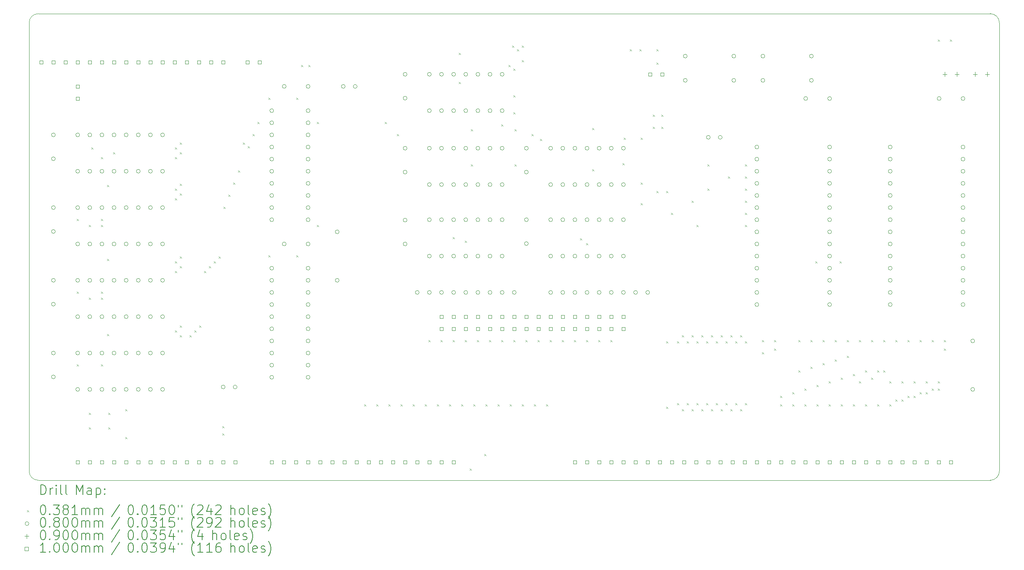
<source format=gbr>
%TF.GenerationSoftware,KiCad,Pcbnew,(7.0.0)*%
%TF.CreationDate,2023-09-24T17:52:18-07:00*%
%TF.ProjectId,rom_counter,726f6d5f-636f-4756-9e74-65722e6b6963,rev?*%
%TF.SameCoordinates,Original*%
%TF.FileFunction,Drillmap*%
%TF.FilePolarity,Positive*%
%FSLAX45Y45*%
G04 Gerber Fmt 4.5, Leading zero omitted, Abs format (unit mm)*
G04 Created by KiCad (PCBNEW (7.0.0)) date 2023-09-24 17:52:18*
%MOMM*%
%LPD*%
G01*
G04 APERTURE LIST*
%ADD10C,0.100000*%
%ADD11C,0.200000*%
%ADD12C,0.038100*%
%ADD13C,0.080000*%
%ADD14C,0.090000*%
G04 APERTURE END LIST*
D10*
X25400000Y-5270500D02*
X25400000Y-14668500D01*
X25209500Y-14859000D02*
G75*
G03*
X25400000Y-14668500I0J190500D01*
G01*
X5080000Y-14668500D02*
G75*
G03*
X5270500Y-14859000I190500J0D01*
G01*
X5080000Y-14668500D02*
X5080000Y-5270500D01*
X5270500Y-5080000D02*
G75*
G03*
X5080000Y-5270500I0J-190500D01*
G01*
X25209500Y-14859000D02*
X5270500Y-14859000D01*
X25400000Y-5270500D02*
G75*
G03*
X25209500Y-5080000I-190500J0D01*
G01*
X5270500Y-5080000D02*
X25209500Y-5080000D01*
D11*
D12*
X6076950Y-9378950D02*
X6115050Y-9417050D01*
X6115050Y-9378950D02*
X6076950Y-9417050D01*
X6076950Y-10902950D02*
X6115050Y-10941050D01*
X6115050Y-10902950D02*
X6076950Y-10941050D01*
X6076950Y-12426950D02*
X6115050Y-12465050D01*
X6115050Y-12426950D02*
X6076950Y-12465050D01*
X6330950Y-9505950D02*
X6369050Y-9544050D01*
X6369050Y-9505950D02*
X6330950Y-9544050D01*
X6330950Y-11029950D02*
X6369050Y-11068050D01*
X6369050Y-11029950D02*
X6330950Y-11068050D01*
X6330950Y-13442950D02*
X6369050Y-13481050D01*
X6369050Y-13442950D02*
X6330950Y-13481050D01*
X6330950Y-13747750D02*
X6369050Y-13785850D01*
X6369050Y-13747750D02*
X6330950Y-13785850D01*
X6381750Y-7880350D02*
X6419850Y-7918450D01*
X6419850Y-7880350D02*
X6381750Y-7918450D01*
X6584950Y-8083550D02*
X6623050Y-8121650D01*
X6623050Y-8083550D02*
X6584950Y-8121650D01*
X6584950Y-9378950D02*
X6623050Y-9417050D01*
X6623050Y-9378950D02*
X6584950Y-9417050D01*
X6584950Y-9505950D02*
X6623050Y-9544050D01*
X6623050Y-9505950D02*
X6584950Y-9544050D01*
X6584950Y-10902950D02*
X6623050Y-10941050D01*
X6623050Y-10902950D02*
X6584950Y-10941050D01*
X6584950Y-11029950D02*
X6623050Y-11068050D01*
X6623050Y-11029950D02*
X6584950Y-11068050D01*
X6584950Y-12426950D02*
X6623050Y-12465050D01*
X6623050Y-12426950D02*
X6584950Y-12465050D01*
X6711950Y-8667750D02*
X6750050Y-8705850D01*
X6750050Y-8667750D02*
X6711950Y-8705850D01*
X6711950Y-10217150D02*
X6750050Y-10255250D01*
X6750050Y-10217150D02*
X6711950Y-10255250D01*
X6711950Y-11791950D02*
X6750050Y-11830050D01*
X6750050Y-11791950D02*
X6711950Y-11830050D01*
X6737350Y-13442950D02*
X6775450Y-13481050D01*
X6775450Y-13442950D02*
X6737350Y-13481050D01*
X6737350Y-13747750D02*
X6775450Y-13785850D01*
X6775450Y-13747750D02*
X6737350Y-13785850D01*
X6838950Y-7981950D02*
X6877050Y-8020050D01*
X6877050Y-7981950D02*
X6838950Y-8020050D01*
X7092950Y-13366750D02*
X7131050Y-13404850D01*
X7131050Y-13366750D02*
X7092950Y-13404850D01*
X7092950Y-13950950D02*
X7131050Y-13989050D01*
X7131050Y-13950950D02*
X7092950Y-13989050D01*
X8134350Y-7880350D02*
X8172450Y-7918450D01*
X8172450Y-7880350D02*
X8134350Y-7918450D01*
X8134350Y-8083550D02*
X8172450Y-8121650D01*
X8172450Y-8083550D02*
X8134350Y-8121650D01*
X8134350Y-8743950D02*
X8172450Y-8782050D01*
X8172450Y-8743950D02*
X8134350Y-8782050D01*
X8134350Y-8947150D02*
X8172450Y-8985250D01*
X8172450Y-8947150D02*
X8134350Y-8985250D01*
X8134350Y-10267950D02*
X8172450Y-10306050D01*
X8172450Y-10267950D02*
X8134350Y-10306050D01*
X8134350Y-10471150D02*
X8172450Y-10509250D01*
X8172450Y-10471150D02*
X8134350Y-10509250D01*
X8134350Y-11715750D02*
X8172450Y-11753850D01*
X8172450Y-11715750D02*
X8134350Y-11753850D01*
X8235950Y-7778750D02*
X8274050Y-7816850D01*
X8274050Y-7778750D02*
X8235950Y-7816850D01*
X8235950Y-7981950D02*
X8274050Y-8020050D01*
X8274050Y-7981950D02*
X8235950Y-8020050D01*
X8235950Y-8642350D02*
X8274050Y-8680450D01*
X8274050Y-8642350D02*
X8235950Y-8680450D01*
X8235950Y-8845550D02*
X8274050Y-8883650D01*
X8274050Y-8845550D02*
X8235950Y-8883650D01*
X8235950Y-10166350D02*
X8274050Y-10204450D01*
X8274050Y-10166350D02*
X8235950Y-10204450D01*
X8235950Y-10369550D02*
X8274050Y-10407650D01*
X8274050Y-10369550D02*
X8235950Y-10407650D01*
X8235950Y-11614150D02*
X8274050Y-11652250D01*
X8274050Y-11614150D02*
X8235950Y-11652250D01*
X8235950Y-11817350D02*
X8274050Y-11855450D01*
X8274050Y-11817350D02*
X8235950Y-11855450D01*
X8439150Y-11817350D02*
X8477250Y-11855450D01*
X8477250Y-11817350D02*
X8439150Y-11855450D01*
X8540750Y-11715750D02*
X8578850Y-11753850D01*
X8578850Y-11715750D02*
X8540750Y-11753850D01*
X8642350Y-11614150D02*
X8680450Y-11652250D01*
X8680450Y-11614150D02*
X8642350Y-11652250D01*
X8743950Y-10471150D02*
X8782050Y-10509250D01*
X8782050Y-10471150D02*
X8743950Y-10509250D01*
X8845550Y-10369550D02*
X8883650Y-10407650D01*
X8883650Y-10369550D02*
X8845550Y-10407650D01*
X8947150Y-10267950D02*
X8985250Y-10306050D01*
X8985250Y-10267950D02*
X8947150Y-10306050D01*
X9048750Y-10166350D02*
X9086850Y-10204450D01*
X9086850Y-10166350D02*
X9048750Y-10204450D01*
X9124950Y-13722350D02*
X9163050Y-13760450D01*
X9163050Y-13722350D02*
X9124950Y-13760450D01*
X9124950Y-13874750D02*
X9163050Y-13912850D01*
X9163050Y-13874750D02*
X9124950Y-13912850D01*
X9150350Y-9124950D02*
X9188450Y-9163050D01*
X9188450Y-9124950D02*
X9150350Y-9163050D01*
X9251950Y-8870950D02*
X9290050Y-8909050D01*
X9290050Y-8870950D02*
X9251950Y-8909050D01*
X9353550Y-8616950D02*
X9391650Y-8655050D01*
X9391650Y-8616950D02*
X9353550Y-8655050D01*
X9455150Y-8362950D02*
X9493250Y-8401050D01*
X9493250Y-8362950D02*
X9455150Y-8401050D01*
X9556750Y-7778750D02*
X9594850Y-7816850D01*
X9594850Y-7778750D02*
X9556750Y-7816850D01*
X9658350Y-7854950D02*
X9696450Y-7893050D01*
X9696450Y-7854950D02*
X9658350Y-7893050D01*
X9759950Y-7600950D02*
X9798050Y-7639050D01*
X9798050Y-7600950D02*
X9759950Y-7639050D01*
X9861550Y-7346950D02*
X9899650Y-7385050D01*
X9899650Y-7346950D02*
X9861550Y-7385050D01*
X10090150Y-6838950D02*
X10128250Y-6877050D01*
X10128250Y-6838950D02*
X10090150Y-6877050D01*
X10090150Y-10140950D02*
X10128250Y-10179050D01*
X10128250Y-10140950D02*
X10090150Y-10179050D01*
X10674350Y-6838950D02*
X10712450Y-6877050D01*
X10712450Y-6838950D02*
X10674350Y-6877050D01*
X10674350Y-10140950D02*
X10712450Y-10179050D01*
X10712450Y-10140950D02*
X10674350Y-10179050D01*
X10775950Y-6153150D02*
X10814050Y-6191250D01*
X10814050Y-6153150D02*
X10775950Y-6191250D01*
X10928350Y-6153150D02*
X10966450Y-6191250D01*
X10966450Y-6153150D02*
X10928350Y-6191250D01*
X11106150Y-7346950D02*
X11144250Y-7385050D01*
X11144250Y-7346950D02*
X11106150Y-7385050D01*
X11106150Y-9505950D02*
X11144250Y-9544050D01*
X11144250Y-9505950D02*
X11106150Y-9544050D01*
X12096750Y-13265150D02*
X12134850Y-13303250D01*
X12134850Y-13265150D02*
X12096750Y-13303250D01*
X12350750Y-13265150D02*
X12388850Y-13303250D01*
X12388850Y-13265150D02*
X12350750Y-13303250D01*
X12528550Y-7346950D02*
X12566650Y-7385050D01*
X12566650Y-7346950D02*
X12528550Y-7385050D01*
X12604750Y-13265150D02*
X12642850Y-13303250D01*
X12642850Y-13265150D02*
X12604750Y-13303250D01*
X12782550Y-7600950D02*
X12820650Y-7639050D01*
X12820650Y-7600950D02*
X12782550Y-7639050D01*
X12858750Y-13265150D02*
X12896850Y-13303250D01*
X12896850Y-13265150D02*
X12858750Y-13303250D01*
X13112750Y-13265150D02*
X13150850Y-13303250D01*
X13150850Y-13265150D02*
X13112750Y-13303250D01*
X13366750Y-13265150D02*
X13404850Y-13303250D01*
X13404850Y-13265150D02*
X13366750Y-13303250D01*
X13442950Y-11918950D02*
X13481050Y-11957050D01*
X13481050Y-11918950D02*
X13442950Y-11957050D01*
X13620750Y-13265150D02*
X13658850Y-13303250D01*
X13658850Y-13265150D02*
X13620750Y-13303250D01*
X13696950Y-11918950D02*
X13735050Y-11957050D01*
X13735050Y-11918950D02*
X13696950Y-11957050D01*
X13874750Y-13265150D02*
X13912850Y-13303250D01*
X13912850Y-13265150D02*
X13874750Y-13303250D01*
X13950950Y-9759950D02*
X13989050Y-9798050D01*
X13989050Y-9759950D02*
X13950950Y-9798050D01*
X13950950Y-11918950D02*
X13989050Y-11957050D01*
X13989050Y-11918950D02*
X13950950Y-11957050D01*
X14077950Y-5899150D02*
X14116050Y-5937250D01*
X14116050Y-5899150D02*
X14077950Y-5937250D01*
X14077950Y-6508750D02*
X14116050Y-6546850D01*
X14116050Y-6508750D02*
X14077950Y-6546850D01*
X14128750Y-13265150D02*
X14166850Y-13303250D01*
X14166850Y-13265150D02*
X14128750Y-13303250D01*
X14204950Y-9836150D02*
X14243050Y-9874250D01*
X14243050Y-9836150D02*
X14204950Y-9874250D01*
X14204950Y-11918950D02*
X14243050Y-11957050D01*
X14243050Y-11918950D02*
X14204950Y-11957050D01*
X14306550Y-14611350D02*
X14344650Y-14649450D01*
X14344650Y-14611350D02*
X14306550Y-14649450D01*
X14331950Y-7499350D02*
X14370050Y-7537450D01*
X14370050Y-7499350D02*
X14331950Y-7537450D01*
X14331950Y-8235950D02*
X14370050Y-8274050D01*
X14370050Y-8235950D02*
X14331950Y-8274050D01*
X14382750Y-13265150D02*
X14420850Y-13303250D01*
X14420850Y-13265150D02*
X14382750Y-13303250D01*
X14458950Y-11918950D02*
X14497050Y-11957050D01*
X14497050Y-11918950D02*
X14458950Y-11957050D01*
X14611350Y-14306550D02*
X14649450Y-14344650D01*
X14649450Y-14306550D02*
X14611350Y-14344650D01*
X14636750Y-13265150D02*
X14674850Y-13303250D01*
X14674850Y-13265150D02*
X14636750Y-13303250D01*
X14712950Y-11918950D02*
X14751050Y-11957050D01*
X14751050Y-11918950D02*
X14712950Y-11957050D01*
X14890750Y-13265150D02*
X14928850Y-13303250D01*
X14928850Y-13265150D02*
X14890750Y-13303250D01*
X14966950Y-7397750D02*
X15005050Y-7435850D01*
X15005050Y-7397750D02*
X14966950Y-7435850D01*
X14966950Y-11918950D02*
X15005050Y-11957050D01*
X15005050Y-11918950D02*
X14966950Y-11957050D01*
X15119350Y-6153150D02*
X15157450Y-6191250D01*
X15157450Y-6153150D02*
X15119350Y-6191250D01*
X15144750Y-13265150D02*
X15182850Y-13303250D01*
X15182850Y-13265150D02*
X15144750Y-13303250D01*
X15195550Y-5746750D02*
X15233650Y-5784850D01*
X15233650Y-5746750D02*
X15195550Y-5784850D01*
X15220950Y-6229350D02*
X15259050Y-6267450D01*
X15259050Y-6229350D02*
X15220950Y-6267450D01*
X15220950Y-6788150D02*
X15259050Y-6826250D01*
X15259050Y-6788150D02*
X15220950Y-6826250D01*
X15220950Y-7143750D02*
X15259050Y-7181850D01*
X15259050Y-7143750D02*
X15220950Y-7181850D01*
X15220950Y-11918950D02*
X15259050Y-11957050D01*
X15259050Y-11918950D02*
X15220950Y-11957050D01*
X15246350Y-7499350D02*
X15284450Y-7537450D01*
X15284450Y-7499350D02*
X15246350Y-7537450D01*
X15246350Y-8235950D02*
X15284450Y-8274050D01*
X15284450Y-8235950D02*
X15246350Y-8274050D01*
X15297150Y-5822950D02*
X15335250Y-5861050D01*
X15335250Y-5822950D02*
X15297150Y-5861050D01*
X15398750Y-5746750D02*
X15436850Y-5784850D01*
X15436850Y-5746750D02*
X15398750Y-5784850D01*
X15398750Y-6051550D02*
X15436850Y-6089650D01*
X15436850Y-6051550D02*
X15398750Y-6089650D01*
X15398750Y-13265150D02*
X15436850Y-13303250D01*
X15436850Y-13265150D02*
X15398750Y-13303250D01*
X15474950Y-11918950D02*
X15513050Y-11957050D01*
X15513050Y-11918950D02*
X15474950Y-11957050D01*
X15601950Y-7600950D02*
X15640050Y-7639050D01*
X15640050Y-7600950D02*
X15601950Y-7639050D01*
X15652750Y-13265150D02*
X15690850Y-13303250D01*
X15690850Y-13265150D02*
X15652750Y-13303250D01*
X15728950Y-11918950D02*
X15767050Y-11957050D01*
X15767050Y-11918950D02*
X15728950Y-11957050D01*
X15779750Y-7702550D02*
X15817850Y-7740650D01*
X15817850Y-7702550D02*
X15779750Y-7740650D01*
X15906750Y-13265150D02*
X15944850Y-13303250D01*
X15944850Y-13265150D02*
X15906750Y-13303250D01*
X15982950Y-11918950D02*
X16021050Y-11957050D01*
X16021050Y-11918950D02*
X15982950Y-11957050D01*
X16236950Y-11918950D02*
X16275050Y-11957050D01*
X16275050Y-11918950D02*
X16236950Y-11957050D01*
X16490950Y-11918950D02*
X16529050Y-11957050D01*
X16529050Y-11918950D02*
X16490950Y-11957050D01*
X16617950Y-9785350D02*
X16656050Y-9823450D01*
X16656050Y-9785350D02*
X16617950Y-9823450D01*
X16744950Y-9886950D02*
X16783050Y-9925050D01*
X16783050Y-9886950D02*
X16744950Y-9925050D01*
X16744950Y-11918950D02*
X16783050Y-11957050D01*
X16783050Y-11918950D02*
X16744950Y-11957050D01*
X16871950Y-7473950D02*
X16910050Y-7512050D01*
X16910050Y-7473950D02*
X16871950Y-7512050D01*
X16871950Y-8337550D02*
X16910050Y-8375650D01*
X16910050Y-8337550D02*
X16871950Y-8375650D01*
X16998950Y-11918950D02*
X17037050Y-11957050D01*
X17037050Y-11918950D02*
X16998950Y-11957050D01*
X17252950Y-11918950D02*
X17291050Y-11957050D01*
X17291050Y-11918950D02*
X17252950Y-11957050D01*
X17506950Y-8210550D02*
X17545050Y-8248650D01*
X17545050Y-8210550D02*
X17506950Y-8248650D01*
X17532350Y-7677150D02*
X17570450Y-7715250D01*
X17570450Y-7677150D02*
X17532350Y-7715250D01*
X17659350Y-5822950D02*
X17697450Y-5861050D01*
X17697450Y-5822950D02*
X17659350Y-5861050D01*
X17862550Y-5822950D02*
X17900650Y-5861050D01*
X17900650Y-5822950D02*
X17862550Y-5861050D01*
X17887950Y-7677150D02*
X17926050Y-7715250D01*
X17926050Y-7677150D02*
X17887950Y-7715250D01*
X17887950Y-8616950D02*
X17926050Y-8655050D01*
X17926050Y-8616950D02*
X17887950Y-8655050D01*
X17887950Y-9048750D02*
X17926050Y-9086850D01*
X17926050Y-9048750D02*
X17887950Y-9086850D01*
X18141950Y-7194550D02*
X18180050Y-7232650D01*
X18180050Y-7194550D02*
X18141950Y-7232650D01*
X18141950Y-7448550D02*
X18180050Y-7486650D01*
X18180050Y-7448550D02*
X18141950Y-7486650D01*
X18218150Y-5822950D02*
X18256250Y-5861050D01*
X18256250Y-5822950D02*
X18218150Y-5861050D01*
X18218150Y-6102350D02*
X18256250Y-6140450D01*
X18256250Y-6102350D02*
X18218150Y-6140450D01*
X18218150Y-8794750D02*
X18256250Y-8832850D01*
X18256250Y-8794750D02*
X18218150Y-8832850D01*
X18319750Y-7194550D02*
X18357850Y-7232650D01*
X18357850Y-7194550D02*
X18319750Y-7232650D01*
X18319750Y-7448550D02*
X18357850Y-7486650D01*
X18357850Y-7448550D02*
X18319750Y-7486650D01*
X18421350Y-8794750D02*
X18459450Y-8832850D01*
X18459450Y-8794750D02*
X18421350Y-8832850D01*
X18421350Y-11944350D02*
X18459450Y-11982450D01*
X18459450Y-11944350D02*
X18421350Y-11982450D01*
X18421350Y-13315950D02*
X18459450Y-13354050D01*
X18459450Y-13315950D02*
X18421350Y-13354050D01*
X18522950Y-9251950D02*
X18561050Y-9290050D01*
X18561050Y-9251950D02*
X18522950Y-9290050D01*
X18649950Y-11944350D02*
X18688050Y-11982450D01*
X18688050Y-11944350D02*
X18649950Y-11982450D01*
X18649950Y-13239750D02*
X18688050Y-13277850D01*
X18688050Y-13239750D02*
X18649950Y-13277850D01*
X18751550Y-11817350D02*
X18789650Y-11855450D01*
X18789650Y-11817350D02*
X18751550Y-11855450D01*
X18751600Y-13366750D02*
X18789700Y-13404850D01*
X18789700Y-13366750D02*
X18751600Y-13404850D01*
X18853150Y-11944350D02*
X18891250Y-11982450D01*
X18891250Y-11944350D02*
X18853150Y-11982450D01*
X18853150Y-13239750D02*
X18891250Y-13277850D01*
X18891250Y-13239750D02*
X18853150Y-13277850D01*
X18954750Y-8997950D02*
X18992850Y-9036050D01*
X18992850Y-8997950D02*
X18954750Y-9036050D01*
X18954750Y-11817350D02*
X18992850Y-11855450D01*
X18992850Y-11817350D02*
X18954750Y-11855450D01*
X18954750Y-13366750D02*
X18992850Y-13404850D01*
X18992850Y-13366750D02*
X18954750Y-13404850D01*
X19056350Y-9505950D02*
X19094450Y-9544050D01*
X19094450Y-9505950D02*
X19056350Y-9544050D01*
X19056350Y-11944350D02*
X19094450Y-11982450D01*
X19094450Y-11944350D02*
X19056350Y-11982450D01*
X19056350Y-13239750D02*
X19094450Y-13277850D01*
X19094450Y-13239750D02*
X19056350Y-13277850D01*
X19157950Y-11817350D02*
X19196050Y-11855450D01*
X19196050Y-11817350D02*
X19157950Y-11855450D01*
X19157950Y-13366750D02*
X19196050Y-13404850D01*
X19196050Y-13366750D02*
X19157950Y-13404850D01*
X19259550Y-11944350D02*
X19297650Y-11982450D01*
X19297650Y-11944350D02*
X19259550Y-11982450D01*
X19259550Y-13239750D02*
X19297650Y-13277850D01*
X19297650Y-13239750D02*
X19259550Y-13277850D01*
X19284950Y-8235950D02*
X19323050Y-8274050D01*
X19323050Y-8235950D02*
X19284950Y-8274050D01*
X19284950Y-8743950D02*
X19323050Y-8782050D01*
X19323050Y-8743950D02*
X19284950Y-8782050D01*
X19361150Y-11817350D02*
X19399250Y-11855450D01*
X19399250Y-11817350D02*
X19361150Y-11855450D01*
X19361150Y-13366750D02*
X19399250Y-13404850D01*
X19399250Y-13366750D02*
X19361150Y-13404850D01*
X19462750Y-11944350D02*
X19500850Y-11982450D01*
X19500850Y-11944350D02*
X19462750Y-11982450D01*
X19462750Y-13239750D02*
X19500850Y-13277850D01*
X19500850Y-13239750D02*
X19462750Y-13277850D01*
X19564350Y-11817350D02*
X19602450Y-11855450D01*
X19602450Y-11817350D02*
X19564350Y-11855450D01*
X19564350Y-13366750D02*
X19602450Y-13404850D01*
X19602450Y-13366750D02*
X19564350Y-13404850D01*
X19665950Y-11944350D02*
X19704050Y-11982450D01*
X19704050Y-11944350D02*
X19665950Y-11982450D01*
X19665950Y-13239750D02*
X19704050Y-13277850D01*
X19704050Y-13239750D02*
X19665950Y-13277850D01*
X19716750Y-8489950D02*
X19754850Y-8528050D01*
X19754850Y-8489950D02*
X19716750Y-8528050D01*
X19767550Y-11817350D02*
X19805650Y-11855450D01*
X19805650Y-11817350D02*
X19767550Y-11855450D01*
X19767550Y-13366750D02*
X19805650Y-13404850D01*
X19805650Y-13366750D02*
X19767550Y-13404850D01*
X19869150Y-11944350D02*
X19907250Y-11982450D01*
X19907250Y-11944350D02*
X19869150Y-11982450D01*
X19869150Y-13239750D02*
X19907250Y-13277850D01*
X19907250Y-13239750D02*
X19869150Y-13277850D01*
X19970750Y-11817350D02*
X20008850Y-11855450D01*
X20008850Y-11817350D02*
X19970750Y-11855450D01*
X19970750Y-13366750D02*
X20008850Y-13404850D01*
X20008850Y-13366750D02*
X19970750Y-13404850D01*
X20072350Y-8235950D02*
X20110450Y-8274050D01*
X20110450Y-8235950D02*
X20072350Y-8274050D01*
X20072350Y-8489950D02*
X20110450Y-8528050D01*
X20110450Y-8489950D02*
X20072350Y-8528050D01*
X20072350Y-8743950D02*
X20110450Y-8782050D01*
X20110450Y-8743950D02*
X20072350Y-8782050D01*
X20072350Y-8997950D02*
X20110450Y-9036050D01*
X20110450Y-8997950D02*
X20072350Y-9036050D01*
X20072350Y-9251950D02*
X20110450Y-9290050D01*
X20110450Y-9251950D02*
X20072350Y-9290050D01*
X20072350Y-9505950D02*
X20110450Y-9544050D01*
X20110450Y-9505950D02*
X20072350Y-9544050D01*
X20072350Y-11944350D02*
X20110450Y-11982450D01*
X20110450Y-11944350D02*
X20072350Y-11982450D01*
X20072350Y-13239750D02*
X20110450Y-13277850D01*
X20110450Y-13239750D02*
X20072350Y-13277850D01*
X20427950Y-11918950D02*
X20466050Y-11957050D01*
X20466050Y-11918950D02*
X20427950Y-11957050D01*
X20427950Y-12172950D02*
X20466050Y-12211050D01*
X20466050Y-12172950D02*
X20427950Y-12211050D01*
X20681950Y-11918950D02*
X20720050Y-11957050D01*
X20720050Y-11918950D02*
X20681950Y-11957050D01*
X20681950Y-12096750D02*
X20720050Y-12134850D01*
X20720050Y-12096750D02*
X20681950Y-12134850D01*
X20808950Y-13087350D02*
X20847050Y-13125450D01*
X20847050Y-13087350D02*
X20808950Y-13125450D01*
X20808950Y-13265150D02*
X20847050Y-13303250D01*
X20847050Y-13265150D02*
X20808950Y-13303250D01*
X21062950Y-13011150D02*
X21101050Y-13049250D01*
X21101050Y-13011150D02*
X21062950Y-13049250D01*
X21062950Y-13265150D02*
X21101050Y-13303250D01*
X21101050Y-13265150D02*
X21062950Y-13303250D01*
X21189950Y-11918950D02*
X21228050Y-11957050D01*
X21228050Y-11918950D02*
X21189950Y-11957050D01*
X21189950Y-12553950D02*
X21228050Y-12592050D01*
X21228050Y-12553950D02*
X21189950Y-12592050D01*
X21316950Y-12934950D02*
X21355050Y-12973050D01*
X21355050Y-12934950D02*
X21316950Y-12973050D01*
X21316950Y-13265150D02*
X21355050Y-13303250D01*
X21355050Y-13265150D02*
X21316950Y-13303250D01*
X21443950Y-11918950D02*
X21482050Y-11957050D01*
X21482050Y-11918950D02*
X21443950Y-11957050D01*
X21443950Y-12477800D02*
X21482050Y-12515900D01*
X21482050Y-12477800D02*
X21443950Y-12515900D01*
X21545550Y-10267950D02*
X21583650Y-10306050D01*
X21583650Y-10267950D02*
X21545550Y-10306050D01*
X21570950Y-12858750D02*
X21609050Y-12896850D01*
X21609050Y-12858750D02*
X21570950Y-12896850D01*
X21570950Y-13265150D02*
X21609050Y-13303250D01*
X21609050Y-13265150D02*
X21570950Y-13303250D01*
X21697950Y-11918950D02*
X21736050Y-11957050D01*
X21736050Y-11918950D02*
X21697950Y-11957050D01*
X21697950Y-12401550D02*
X21736050Y-12439650D01*
X21736050Y-12401550D02*
X21697950Y-12439650D01*
X21824950Y-12782550D02*
X21863050Y-12820650D01*
X21863050Y-12782550D02*
X21824950Y-12820650D01*
X21824950Y-13265150D02*
X21863050Y-13303250D01*
X21863050Y-13265150D02*
X21824950Y-13303250D01*
X21951950Y-11918950D02*
X21990050Y-11957050D01*
X21990050Y-11918950D02*
X21951950Y-11957050D01*
X21951950Y-12325350D02*
X21990050Y-12363450D01*
X21990050Y-12325350D02*
X21951950Y-12363450D01*
X22053550Y-10267950D02*
X22091650Y-10306050D01*
X22091650Y-10267950D02*
X22053550Y-10306050D01*
X22078950Y-12706350D02*
X22117050Y-12744450D01*
X22117050Y-12706350D02*
X22078950Y-12744450D01*
X22078950Y-13265150D02*
X22117050Y-13303250D01*
X22117050Y-13265150D02*
X22078950Y-13303250D01*
X22205950Y-11918950D02*
X22244050Y-11957050D01*
X22244050Y-11918950D02*
X22205950Y-11957050D01*
X22205950Y-12249150D02*
X22244050Y-12287250D01*
X22244050Y-12249150D02*
X22205950Y-12287250D01*
X22332950Y-12630150D02*
X22371050Y-12668250D01*
X22371050Y-12630150D02*
X22332950Y-12668250D01*
X22332950Y-13265150D02*
X22371050Y-13303250D01*
X22371050Y-13265150D02*
X22332950Y-13303250D01*
X22459950Y-11918950D02*
X22498050Y-11957050D01*
X22498050Y-11918950D02*
X22459950Y-11957050D01*
X22459950Y-12782550D02*
X22498050Y-12820650D01*
X22498050Y-12782550D02*
X22459950Y-12820650D01*
X22586950Y-12553950D02*
X22625050Y-12592050D01*
X22625050Y-12553950D02*
X22586950Y-12592050D01*
X22586950Y-13265150D02*
X22625050Y-13303250D01*
X22625050Y-13265150D02*
X22586950Y-13303250D01*
X22713950Y-11918950D02*
X22752050Y-11957050D01*
X22752050Y-11918950D02*
X22713950Y-11957050D01*
X22713950Y-12706350D02*
X22752050Y-12744450D01*
X22752050Y-12706350D02*
X22713950Y-12744450D01*
X22840950Y-12553950D02*
X22879050Y-12592050D01*
X22879050Y-12553950D02*
X22840950Y-12592050D01*
X22840950Y-13265150D02*
X22879050Y-13303250D01*
X22879050Y-13265150D02*
X22840950Y-13303250D01*
X22967950Y-11918950D02*
X23006050Y-11957050D01*
X23006050Y-11918950D02*
X22967950Y-11957050D01*
X22967950Y-12553950D02*
X23006050Y-12592050D01*
X23006050Y-12553950D02*
X22967950Y-12592050D01*
X23094950Y-12782550D02*
X23133050Y-12820650D01*
X23133050Y-12782550D02*
X23094950Y-12820650D01*
X23094950Y-13265150D02*
X23133050Y-13303250D01*
X23133050Y-13265150D02*
X23094950Y-13303250D01*
X23221950Y-11918950D02*
X23260050Y-11957050D01*
X23260050Y-11918950D02*
X23221950Y-11957050D01*
X23221950Y-13163550D02*
X23260050Y-13201650D01*
X23260050Y-13163550D02*
X23221950Y-13201650D01*
X23348950Y-12782550D02*
X23387050Y-12820650D01*
X23387050Y-12782550D02*
X23348950Y-12820650D01*
X23348950Y-13163550D02*
X23387050Y-13201650D01*
X23387050Y-13163550D02*
X23348950Y-13201650D01*
X23475950Y-11918950D02*
X23514050Y-11957050D01*
X23514050Y-11918950D02*
X23475950Y-11957050D01*
X23475950Y-13087350D02*
X23514050Y-13125450D01*
X23514050Y-13087350D02*
X23475950Y-13125450D01*
X23602950Y-12782550D02*
X23641050Y-12820650D01*
X23641050Y-12782550D02*
X23602950Y-12820650D01*
X23602950Y-13087350D02*
X23641050Y-13125450D01*
X23641050Y-13087350D02*
X23602950Y-13125450D01*
X23729950Y-11918950D02*
X23768050Y-11957050D01*
X23768050Y-11918950D02*
X23729950Y-11957050D01*
X23729950Y-13011100D02*
X23768050Y-13049200D01*
X23768050Y-13011100D02*
X23729950Y-13049200D01*
X23856950Y-12782550D02*
X23895050Y-12820650D01*
X23895050Y-12782550D02*
X23856950Y-12820650D01*
X23856950Y-13011150D02*
X23895050Y-13049250D01*
X23895050Y-13011150D02*
X23856950Y-13049250D01*
X23983950Y-11918950D02*
X24022050Y-11957050D01*
X24022050Y-11918950D02*
X23983950Y-11957050D01*
X23983950Y-12934950D02*
X24022050Y-12973050D01*
X24022050Y-12934950D02*
X23983950Y-12973050D01*
X24110950Y-5619750D02*
X24149050Y-5657850D01*
X24149050Y-5619750D02*
X24110950Y-5657850D01*
X24110950Y-12782550D02*
X24149050Y-12820650D01*
X24149050Y-12782550D02*
X24110950Y-12820650D01*
X24110950Y-12934950D02*
X24149050Y-12973050D01*
X24149050Y-12934950D02*
X24110950Y-12973050D01*
X24237950Y-11918950D02*
X24276050Y-11957050D01*
X24276050Y-11918950D02*
X24237950Y-11957050D01*
X24237950Y-12096750D02*
X24276050Y-12134850D01*
X24276050Y-12096750D02*
X24237950Y-12134850D01*
X24364950Y-5619750D02*
X24403050Y-5657850D01*
X24403050Y-5619750D02*
X24364950Y-5657850D01*
D13*
X5628000Y-7620000D02*
G75*
G03*
X5628000Y-7620000I-40000J0D01*
G01*
X5628000Y-8120000D02*
G75*
G03*
X5628000Y-8120000I-40000J0D01*
G01*
X5628000Y-9144000D02*
G75*
G03*
X5628000Y-9144000I-40000J0D01*
G01*
X5628000Y-9644000D02*
G75*
G03*
X5628000Y-9644000I-40000J0D01*
G01*
X5628000Y-10668000D02*
G75*
G03*
X5628000Y-10668000I-40000J0D01*
G01*
X5628000Y-11168000D02*
G75*
G03*
X5628000Y-11168000I-40000J0D01*
G01*
X5628000Y-12192000D02*
G75*
G03*
X5628000Y-12192000I-40000J0D01*
G01*
X5628000Y-12692000D02*
G75*
G03*
X5628000Y-12692000I-40000J0D01*
G01*
X6136000Y-7620000D02*
G75*
G03*
X6136000Y-7620000I-40000J0D01*
G01*
X6136000Y-8382000D02*
G75*
G03*
X6136000Y-8382000I-40000J0D01*
G01*
X6136000Y-9144000D02*
G75*
G03*
X6136000Y-9144000I-40000J0D01*
G01*
X6136000Y-9906000D02*
G75*
G03*
X6136000Y-9906000I-40000J0D01*
G01*
X6136000Y-10668000D02*
G75*
G03*
X6136000Y-10668000I-40000J0D01*
G01*
X6136000Y-11430000D02*
G75*
G03*
X6136000Y-11430000I-40000J0D01*
G01*
X6136000Y-12192000D02*
G75*
G03*
X6136000Y-12192000I-40000J0D01*
G01*
X6136000Y-12954000D02*
G75*
G03*
X6136000Y-12954000I-40000J0D01*
G01*
X6390000Y-7620000D02*
G75*
G03*
X6390000Y-7620000I-40000J0D01*
G01*
X6390000Y-8382000D02*
G75*
G03*
X6390000Y-8382000I-40000J0D01*
G01*
X6390000Y-9144000D02*
G75*
G03*
X6390000Y-9144000I-40000J0D01*
G01*
X6390000Y-9906000D02*
G75*
G03*
X6390000Y-9906000I-40000J0D01*
G01*
X6390000Y-10668000D02*
G75*
G03*
X6390000Y-10668000I-40000J0D01*
G01*
X6390000Y-11430000D02*
G75*
G03*
X6390000Y-11430000I-40000J0D01*
G01*
X6390000Y-12192000D02*
G75*
G03*
X6390000Y-12192000I-40000J0D01*
G01*
X6390000Y-12954000D02*
G75*
G03*
X6390000Y-12954000I-40000J0D01*
G01*
X6644000Y-7620000D02*
G75*
G03*
X6644000Y-7620000I-40000J0D01*
G01*
X6644000Y-8382000D02*
G75*
G03*
X6644000Y-8382000I-40000J0D01*
G01*
X6644000Y-9144000D02*
G75*
G03*
X6644000Y-9144000I-40000J0D01*
G01*
X6644000Y-9906000D02*
G75*
G03*
X6644000Y-9906000I-40000J0D01*
G01*
X6644000Y-10668000D02*
G75*
G03*
X6644000Y-10668000I-40000J0D01*
G01*
X6644000Y-11430000D02*
G75*
G03*
X6644000Y-11430000I-40000J0D01*
G01*
X6644000Y-12192000D02*
G75*
G03*
X6644000Y-12192000I-40000J0D01*
G01*
X6644000Y-12954000D02*
G75*
G03*
X6644000Y-12954000I-40000J0D01*
G01*
X6898000Y-7620000D02*
G75*
G03*
X6898000Y-7620000I-40000J0D01*
G01*
X6898000Y-8382000D02*
G75*
G03*
X6898000Y-8382000I-40000J0D01*
G01*
X6898000Y-9144000D02*
G75*
G03*
X6898000Y-9144000I-40000J0D01*
G01*
X6898000Y-9906000D02*
G75*
G03*
X6898000Y-9906000I-40000J0D01*
G01*
X6898000Y-10668000D02*
G75*
G03*
X6898000Y-10668000I-40000J0D01*
G01*
X6898000Y-11430000D02*
G75*
G03*
X6898000Y-11430000I-40000J0D01*
G01*
X6898000Y-12192000D02*
G75*
G03*
X6898000Y-12192000I-40000J0D01*
G01*
X6898000Y-12954000D02*
G75*
G03*
X6898000Y-12954000I-40000J0D01*
G01*
X7152000Y-7620000D02*
G75*
G03*
X7152000Y-7620000I-40000J0D01*
G01*
X7152000Y-8382000D02*
G75*
G03*
X7152000Y-8382000I-40000J0D01*
G01*
X7152000Y-9144000D02*
G75*
G03*
X7152000Y-9144000I-40000J0D01*
G01*
X7152000Y-9906000D02*
G75*
G03*
X7152000Y-9906000I-40000J0D01*
G01*
X7152000Y-10668000D02*
G75*
G03*
X7152000Y-10668000I-40000J0D01*
G01*
X7152000Y-11430000D02*
G75*
G03*
X7152000Y-11430000I-40000J0D01*
G01*
X7152000Y-12192000D02*
G75*
G03*
X7152000Y-12192000I-40000J0D01*
G01*
X7152000Y-12954000D02*
G75*
G03*
X7152000Y-12954000I-40000J0D01*
G01*
X7406000Y-7620000D02*
G75*
G03*
X7406000Y-7620000I-40000J0D01*
G01*
X7406000Y-8382000D02*
G75*
G03*
X7406000Y-8382000I-40000J0D01*
G01*
X7406000Y-9144000D02*
G75*
G03*
X7406000Y-9144000I-40000J0D01*
G01*
X7406000Y-9906000D02*
G75*
G03*
X7406000Y-9906000I-40000J0D01*
G01*
X7406000Y-10668000D02*
G75*
G03*
X7406000Y-10668000I-40000J0D01*
G01*
X7406000Y-11430000D02*
G75*
G03*
X7406000Y-11430000I-40000J0D01*
G01*
X7406000Y-12192000D02*
G75*
G03*
X7406000Y-12192000I-40000J0D01*
G01*
X7406000Y-12954000D02*
G75*
G03*
X7406000Y-12954000I-40000J0D01*
G01*
X7660000Y-7620000D02*
G75*
G03*
X7660000Y-7620000I-40000J0D01*
G01*
X7660000Y-8382000D02*
G75*
G03*
X7660000Y-8382000I-40000J0D01*
G01*
X7660000Y-9144000D02*
G75*
G03*
X7660000Y-9144000I-40000J0D01*
G01*
X7660000Y-9906000D02*
G75*
G03*
X7660000Y-9906000I-40000J0D01*
G01*
X7660000Y-10668000D02*
G75*
G03*
X7660000Y-10668000I-40000J0D01*
G01*
X7660000Y-11430000D02*
G75*
G03*
X7660000Y-11430000I-40000J0D01*
G01*
X7660000Y-12192000D02*
G75*
G03*
X7660000Y-12192000I-40000J0D01*
G01*
X7660000Y-12954000D02*
G75*
G03*
X7660000Y-12954000I-40000J0D01*
G01*
X7914000Y-7620000D02*
G75*
G03*
X7914000Y-7620000I-40000J0D01*
G01*
X7914000Y-8382000D02*
G75*
G03*
X7914000Y-8382000I-40000J0D01*
G01*
X7914000Y-9144000D02*
G75*
G03*
X7914000Y-9144000I-40000J0D01*
G01*
X7914000Y-9906000D02*
G75*
G03*
X7914000Y-9906000I-40000J0D01*
G01*
X7914000Y-10668000D02*
G75*
G03*
X7914000Y-10668000I-40000J0D01*
G01*
X7914000Y-11430000D02*
G75*
G03*
X7914000Y-11430000I-40000J0D01*
G01*
X7914000Y-12192000D02*
G75*
G03*
X7914000Y-12192000I-40000J0D01*
G01*
X7914000Y-12954000D02*
G75*
G03*
X7914000Y-12954000I-40000J0D01*
G01*
X9184000Y-12903200D02*
G75*
G03*
X9184000Y-12903200I-40000J0D01*
G01*
X9434000Y-12903200D02*
G75*
G03*
X9434000Y-12903200I-40000J0D01*
G01*
X10200000Y-7112000D02*
G75*
G03*
X10200000Y-7112000I-40000J0D01*
G01*
X10200000Y-7366000D02*
G75*
G03*
X10200000Y-7366000I-40000J0D01*
G01*
X10200000Y-7620000D02*
G75*
G03*
X10200000Y-7620000I-40000J0D01*
G01*
X10200000Y-7874000D02*
G75*
G03*
X10200000Y-7874000I-40000J0D01*
G01*
X10200000Y-8128000D02*
G75*
G03*
X10200000Y-8128000I-40000J0D01*
G01*
X10200000Y-8382000D02*
G75*
G03*
X10200000Y-8382000I-40000J0D01*
G01*
X10200000Y-8636000D02*
G75*
G03*
X10200000Y-8636000I-40000J0D01*
G01*
X10200000Y-8890000D02*
G75*
G03*
X10200000Y-8890000I-40000J0D01*
G01*
X10200000Y-9144000D02*
G75*
G03*
X10200000Y-9144000I-40000J0D01*
G01*
X10200000Y-9398000D02*
G75*
G03*
X10200000Y-9398000I-40000J0D01*
G01*
X10200000Y-10414000D02*
G75*
G03*
X10200000Y-10414000I-40000J0D01*
G01*
X10200000Y-10668000D02*
G75*
G03*
X10200000Y-10668000I-40000J0D01*
G01*
X10200000Y-10922000D02*
G75*
G03*
X10200000Y-10922000I-40000J0D01*
G01*
X10200000Y-11176000D02*
G75*
G03*
X10200000Y-11176000I-40000J0D01*
G01*
X10200000Y-11430000D02*
G75*
G03*
X10200000Y-11430000I-40000J0D01*
G01*
X10200000Y-11684000D02*
G75*
G03*
X10200000Y-11684000I-40000J0D01*
G01*
X10200000Y-11938000D02*
G75*
G03*
X10200000Y-11938000I-40000J0D01*
G01*
X10200000Y-12192000D02*
G75*
G03*
X10200000Y-12192000I-40000J0D01*
G01*
X10200000Y-12446000D02*
G75*
G03*
X10200000Y-12446000I-40000J0D01*
G01*
X10200000Y-12700000D02*
G75*
G03*
X10200000Y-12700000I-40000J0D01*
G01*
X10462000Y-6604000D02*
G75*
G03*
X10462000Y-6604000I-40000J0D01*
G01*
X10462000Y-9906000D02*
G75*
G03*
X10462000Y-9906000I-40000J0D01*
G01*
X10962000Y-6604000D02*
G75*
G03*
X10962000Y-6604000I-40000J0D01*
G01*
X10962000Y-7112000D02*
G75*
G03*
X10962000Y-7112000I-40000J0D01*
G01*
X10962000Y-7366000D02*
G75*
G03*
X10962000Y-7366000I-40000J0D01*
G01*
X10962000Y-7620000D02*
G75*
G03*
X10962000Y-7620000I-40000J0D01*
G01*
X10962000Y-7874000D02*
G75*
G03*
X10962000Y-7874000I-40000J0D01*
G01*
X10962000Y-8128000D02*
G75*
G03*
X10962000Y-8128000I-40000J0D01*
G01*
X10962000Y-8382000D02*
G75*
G03*
X10962000Y-8382000I-40000J0D01*
G01*
X10962000Y-8636000D02*
G75*
G03*
X10962000Y-8636000I-40000J0D01*
G01*
X10962000Y-8890000D02*
G75*
G03*
X10962000Y-8890000I-40000J0D01*
G01*
X10962000Y-9144000D02*
G75*
G03*
X10962000Y-9144000I-40000J0D01*
G01*
X10962000Y-9398000D02*
G75*
G03*
X10962000Y-9398000I-40000J0D01*
G01*
X10962000Y-9906000D02*
G75*
G03*
X10962000Y-9906000I-40000J0D01*
G01*
X10962000Y-10414000D02*
G75*
G03*
X10962000Y-10414000I-40000J0D01*
G01*
X10962000Y-10668000D02*
G75*
G03*
X10962000Y-10668000I-40000J0D01*
G01*
X10962000Y-10922000D02*
G75*
G03*
X10962000Y-10922000I-40000J0D01*
G01*
X10962000Y-11176000D02*
G75*
G03*
X10962000Y-11176000I-40000J0D01*
G01*
X10962000Y-11430000D02*
G75*
G03*
X10962000Y-11430000I-40000J0D01*
G01*
X10962000Y-11684000D02*
G75*
G03*
X10962000Y-11684000I-40000J0D01*
G01*
X10962000Y-11938000D02*
G75*
G03*
X10962000Y-11938000I-40000J0D01*
G01*
X10962000Y-12192000D02*
G75*
G03*
X10962000Y-12192000I-40000J0D01*
G01*
X10962000Y-12446000D02*
G75*
G03*
X10962000Y-12446000I-40000J0D01*
G01*
X10962000Y-12700000D02*
G75*
G03*
X10962000Y-12700000I-40000J0D01*
G01*
X11571600Y-9652000D02*
G75*
G03*
X11571600Y-9652000I-40000J0D01*
G01*
X11571600Y-10668000D02*
G75*
G03*
X11571600Y-10668000I-40000J0D01*
G01*
X11698600Y-6604000D02*
G75*
G03*
X11698600Y-6604000I-40000J0D01*
G01*
X11948600Y-6604000D02*
G75*
G03*
X11948600Y-6604000I-40000J0D01*
G01*
X12994000Y-6350000D02*
G75*
G03*
X12994000Y-6350000I-40000J0D01*
G01*
X12994000Y-6850000D02*
G75*
G03*
X12994000Y-6850000I-40000J0D01*
G01*
X12994000Y-7899400D02*
G75*
G03*
X12994000Y-7899400I-40000J0D01*
G01*
X12994000Y-8399400D02*
G75*
G03*
X12994000Y-8399400I-40000J0D01*
G01*
X12994000Y-9406000D02*
G75*
G03*
X12994000Y-9406000I-40000J0D01*
G01*
X12994000Y-9906000D02*
G75*
G03*
X12994000Y-9906000I-40000J0D01*
G01*
X13248000Y-10922000D02*
G75*
G03*
X13248000Y-10922000I-40000J0D01*
G01*
X13502000Y-6350000D02*
G75*
G03*
X13502000Y-6350000I-40000J0D01*
G01*
X13502000Y-7112000D02*
G75*
G03*
X13502000Y-7112000I-40000J0D01*
G01*
X13502000Y-7899400D02*
G75*
G03*
X13502000Y-7899400I-40000J0D01*
G01*
X13502000Y-8661400D02*
G75*
G03*
X13502000Y-8661400I-40000J0D01*
G01*
X13502000Y-9398000D02*
G75*
G03*
X13502000Y-9398000I-40000J0D01*
G01*
X13502000Y-10160000D02*
G75*
G03*
X13502000Y-10160000I-40000J0D01*
G01*
X13502000Y-10922000D02*
G75*
G03*
X13502000Y-10922000I-40000J0D01*
G01*
X13756000Y-6350000D02*
G75*
G03*
X13756000Y-6350000I-40000J0D01*
G01*
X13756000Y-7112000D02*
G75*
G03*
X13756000Y-7112000I-40000J0D01*
G01*
X13756000Y-7899400D02*
G75*
G03*
X13756000Y-7899400I-40000J0D01*
G01*
X13756000Y-8661400D02*
G75*
G03*
X13756000Y-8661400I-40000J0D01*
G01*
X13756000Y-9398000D02*
G75*
G03*
X13756000Y-9398000I-40000J0D01*
G01*
X13756000Y-10160000D02*
G75*
G03*
X13756000Y-10160000I-40000J0D01*
G01*
X13756000Y-10922000D02*
G75*
G03*
X13756000Y-10922000I-40000J0D01*
G01*
X14010000Y-6350000D02*
G75*
G03*
X14010000Y-6350000I-40000J0D01*
G01*
X14010000Y-7112000D02*
G75*
G03*
X14010000Y-7112000I-40000J0D01*
G01*
X14010000Y-7899400D02*
G75*
G03*
X14010000Y-7899400I-40000J0D01*
G01*
X14010000Y-8661400D02*
G75*
G03*
X14010000Y-8661400I-40000J0D01*
G01*
X14010000Y-9398000D02*
G75*
G03*
X14010000Y-9398000I-40000J0D01*
G01*
X14010000Y-10160000D02*
G75*
G03*
X14010000Y-10160000I-40000J0D01*
G01*
X14010000Y-10922000D02*
G75*
G03*
X14010000Y-10922000I-40000J0D01*
G01*
X14264000Y-6350000D02*
G75*
G03*
X14264000Y-6350000I-40000J0D01*
G01*
X14264000Y-7112000D02*
G75*
G03*
X14264000Y-7112000I-40000J0D01*
G01*
X14264000Y-7899400D02*
G75*
G03*
X14264000Y-7899400I-40000J0D01*
G01*
X14264000Y-8661400D02*
G75*
G03*
X14264000Y-8661400I-40000J0D01*
G01*
X14264000Y-9398000D02*
G75*
G03*
X14264000Y-9398000I-40000J0D01*
G01*
X14264000Y-10160000D02*
G75*
G03*
X14264000Y-10160000I-40000J0D01*
G01*
X14264000Y-10922000D02*
G75*
G03*
X14264000Y-10922000I-40000J0D01*
G01*
X14518000Y-6350000D02*
G75*
G03*
X14518000Y-6350000I-40000J0D01*
G01*
X14518000Y-7112000D02*
G75*
G03*
X14518000Y-7112000I-40000J0D01*
G01*
X14518000Y-7899400D02*
G75*
G03*
X14518000Y-7899400I-40000J0D01*
G01*
X14518000Y-8661400D02*
G75*
G03*
X14518000Y-8661400I-40000J0D01*
G01*
X14518000Y-9398000D02*
G75*
G03*
X14518000Y-9398000I-40000J0D01*
G01*
X14518000Y-10160000D02*
G75*
G03*
X14518000Y-10160000I-40000J0D01*
G01*
X14518000Y-10922000D02*
G75*
G03*
X14518000Y-10922000I-40000J0D01*
G01*
X14772000Y-6350000D02*
G75*
G03*
X14772000Y-6350000I-40000J0D01*
G01*
X14772000Y-7112000D02*
G75*
G03*
X14772000Y-7112000I-40000J0D01*
G01*
X14772000Y-7899400D02*
G75*
G03*
X14772000Y-7899400I-40000J0D01*
G01*
X14772000Y-8661400D02*
G75*
G03*
X14772000Y-8661400I-40000J0D01*
G01*
X14772000Y-9398000D02*
G75*
G03*
X14772000Y-9398000I-40000J0D01*
G01*
X14772000Y-10160000D02*
G75*
G03*
X14772000Y-10160000I-40000J0D01*
G01*
X14772000Y-10922000D02*
G75*
G03*
X14772000Y-10922000I-40000J0D01*
G01*
X15026000Y-6350000D02*
G75*
G03*
X15026000Y-6350000I-40000J0D01*
G01*
X15026000Y-7112000D02*
G75*
G03*
X15026000Y-7112000I-40000J0D01*
G01*
X15026000Y-7899400D02*
G75*
G03*
X15026000Y-7899400I-40000J0D01*
G01*
X15026000Y-8661400D02*
G75*
G03*
X15026000Y-8661400I-40000J0D01*
G01*
X15026000Y-9398000D02*
G75*
G03*
X15026000Y-9398000I-40000J0D01*
G01*
X15026000Y-10160000D02*
G75*
G03*
X15026000Y-10160000I-40000J0D01*
G01*
X15026000Y-10922000D02*
G75*
G03*
X15026000Y-10922000I-40000J0D01*
G01*
X15280000Y-10922000D02*
G75*
G03*
X15280000Y-10922000I-40000J0D01*
G01*
X15534000Y-7899400D02*
G75*
G03*
X15534000Y-7899400I-40000J0D01*
G01*
X15534000Y-8399400D02*
G75*
G03*
X15534000Y-8399400I-40000J0D01*
G01*
X15534000Y-9398000D02*
G75*
G03*
X15534000Y-9398000I-40000J0D01*
G01*
X15534000Y-9898000D02*
G75*
G03*
X15534000Y-9898000I-40000J0D01*
G01*
X16042000Y-7899400D02*
G75*
G03*
X16042000Y-7899400I-40000J0D01*
G01*
X16042000Y-8661400D02*
G75*
G03*
X16042000Y-8661400I-40000J0D01*
G01*
X16042000Y-9398000D02*
G75*
G03*
X16042000Y-9398000I-40000J0D01*
G01*
X16042000Y-10160000D02*
G75*
G03*
X16042000Y-10160000I-40000J0D01*
G01*
X16042000Y-10922000D02*
G75*
G03*
X16042000Y-10922000I-40000J0D01*
G01*
X16296000Y-7899400D02*
G75*
G03*
X16296000Y-7899400I-40000J0D01*
G01*
X16296000Y-8661400D02*
G75*
G03*
X16296000Y-8661400I-40000J0D01*
G01*
X16296000Y-9398000D02*
G75*
G03*
X16296000Y-9398000I-40000J0D01*
G01*
X16296000Y-10160000D02*
G75*
G03*
X16296000Y-10160000I-40000J0D01*
G01*
X16296000Y-10922000D02*
G75*
G03*
X16296000Y-10922000I-40000J0D01*
G01*
X16550000Y-7899400D02*
G75*
G03*
X16550000Y-7899400I-40000J0D01*
G01*
X16550000Y-8661400D02*
G75*
G03*
X16550000Y-8661400I-40000J0D01*
G01*
X16550000Y-9398000D02*
G75*
G03*
X16550000Y-9398000I-40000J0D01*
G01*
X16550000Y-10160000D02*
G75*
G03*
X16550000Y-10160000I-40000J0D01*
G01*
X16550000Y-10922000D02*
G75*
G03*
X16550000Y-10922000I-40000J0D01*
G01*
X16804000Y-7899400D02*
G75*
G03*
X16804000Y-7899400I-40000J0D01*
G01*
X16804000Y-8661400D02*
G75*
G03*
X16804000Y-8661400I-40000J0D01*
G01*
X16804000Y-9398000D02*
G75*
G03*
X16804000Y-9398000I-40000J0D01*
G01*
X16804000Y-10160000D02*
G75*
G03*
X16804000Y-10160000I-40000J0D01*
G01*
X16804000Y-10922000D02*
G75*
G03*
X16804000Y-10922000I-40000J0D01*
G01*
X17058000Y-7899400D02*
G75*
G03*
X17058000Y-7899400I-40000J0D01*
G01*
X17058000Y-8661400D02*
G75*
G03*
X17058000Y-8661400I-40000J0D01*
G01*
X17058000Y-9398000D02*
G75*
G03*
X17058000Y-9398000I-40000J0D01*
G01*
X17058000Y-10160000D02*
G75*
G03*
X17058000Y-10160000I-40000J0D01*
G01*
X17058000Y-10922000D02*
G75*
G03*
X17058000Y-10922000I-40000J0D01*
G01*
X17312000Y-7899400D02*
G75*
G03*
X17312000Y-7899400I-40000J0D01*
G01*
X17312000Y-8661400D02*
G75*
G03*
X17312000Y-8661400I-40000J0D01*
G01*
X17312000Y-9398000D02*
G75*
G03*
X17312000Y-9398000I-40000J0D01*
G01*
X17312000Y-10160000D02*
G75*
G03*
X17312000Y-10160000I-40000J0D01*
G01*
X17312000Y-10922000D02*
G75*
G03*
X17312000Y-10922000I-40000J0D01*
G01*
X17566000Y-7899400D02*
G75*
G03*
X17566000Y-7899400I-40000J0D01*
G01*
X17566000Y-8661400D02*
G75*
G03*
X17566000Y-8661400I-40000J0D01*
G01*
X17566000Y-9398000D02*
G75*
G03*
X17566000Y-9398000I-40000J0D01*
G01*
X17566000Y-10160000D02*
G75*
G03*
X17566000Y-10160000I-40000J0D01*
G01*
X17566000Y-10922000D02*
G75*
G03*
X17566000Y-10922000I-40000J0D01*
G01*
X17820000Y-10922000D02*
G75*
G03*
X17820000Y-10922000I-40000J0D01*
G01*
X18074000Y-10922000D02*
G75*
G03*
X18074000Y-10922000I-40000J0D01*
G01*
X18861400Y-5969000D02*
G75*
G03*
X18861400Y-5969000I-40000J0D01*
G01*
X18861400Y-6477000D02*
G75*
G03*
X18861400Y-6477000I-40000J0D01*
G01*
X19344000Y-7670800D02*
G75*
G03*
X19344000Y-7670800I-40000J0D01*
G01*
X19594000Y-7670800D02*
G75*
G03*
X19594000Y-7670800I-40000J0D01*
G01*
X19877400Y-5969000D02*
G75*
G03*
X19877400Y-5969000I-40000J0D01*
G01*
X19877400Y-6477000D02*
G75*
G03*
X19877400Y-6477000I-40000J0D01*
G01*
X20360000Y-7874000D02*
G75*
G03*
X20360000Y-7874000I-40000J0D01*
G01*
X20360000Y-8128000D02*
G75*
G03*
X20360000Y-8128000I-40000J0D01*
G01*
X20360000Y-8382000D02*
G75*
G03*
X20360000Y-8382000I-40000J0D01*
G01*
X20360000Y-8636000D02*
G75*
G03*
X20360000Y-8636000I-40000J0D01*
G01*
X20360000Y-8890000D02*
G75*
G03*
X20360000Y-8890000I-40000J0D01*
G01*
X20360000Y-9144000D02*
G75*
G03*
X20360000Y-9144000I-40000J0D01*
G01*
X20360000Y-9398000D02*
G75*
G03*
X20360000Y-9398000I-40000J0D01*
G01*
X20360000Y-9652000D02*
G75*
G03*
X20360000Y-9652000I-40000J0D01*
G01*
X20360000Y-9906000D02*
G75*
G03*
X20360000Y-9906000I-40000J0D01*
G01*
X20360000Y-10160000D02*
G75*
G03*
X20360000Y-10160000I-40000J0D01*
G01*
X20360000Y-10414000D02*
G75*
G03*
X20360000Y-10414000I-40000J0D01*
G01*
X20360000Y-10668000D02*
G75*
G03*
X20360000Y-10668000I-40000J0D01*
G01*
X20360000Y-10922000D02*
G75*
G03*
X20360000Y-10922000I-40000J0D01*
G01*
X20360000Y-11176000D02*
G75*
G03*
X20360000Y-11176000I-40000J0D01*
G01*
X20487000Y-5969000D02*
G75*
G03*
X20487000Y-5969000I-40000J0D01*
G01*
X20487000Y-6477000D02*
G75*
G03*
X20487000Y-6477000I-40000J0D01*
G01*
X21384000Y-6858000D02*
G75*
G03*
X21384000Y-6858000I-40000J0D01*
G01*
X21503000Y-5969000D02*
G75*
G03*
X21503000Y-5969000I-40000J0D01*
G01*
X21503000Y-6477000D02*
G75*
G03*
X21503000Y-6477000I-40000J0D01*
G01*
X21884000Y-6858000D02*
G75*
G03*
X21884000Y-6858000I-40000J0D01*
G01*
X21884000Y-7874000D02*
G75*
G03*
X21884000Y-7874000I-40000J0D01*
G01*
X21884000Y-8128000D02*
G75*
G03*
X21884000Y-8128000I-40000J0D01*
G01*
X21884000Y-8382000D02*
G75*
G03*
X21884000Y-8382000I-40000J0D01*
G01*
X21884000Y-8636000D02*
G75*
G03*
X21884000Y-8636000I-40000J0D01*
G01*
X21884000Y-8890000D02*
G75*
G03*
X21884000Y-8890000I-40000J0D01*
G01*
X21884000Y-9144000D02*
G75*
G03*
X21884000Y-9144000I-40000J0D01*
G01*
X21884000Y-9398000D02*
G75*
G03*
X21884000Y-9398000I-40000J0D01*
G01*
X21884000Y-9652000D02*
G75*
G03*
X21884000Y-9652000I-40000J0D01*
G01*
X21884000Y-9906000D02*
G75*
G03*
X21884000Y-9906000I-40000J0D01*
G01*
X21884000Y-10160000D02*
G75*
G03*
X21884000Y-10160000I-40000J0D01*
G01*
X21884000Y-10414000D02*
G75*
G03*
X21884000Y-10414000I-40000J0D01*
G01*
X21884000Y-10668000D02*
G75*
G03*
X21884000Y-10668000I-40000J0D01*
G01*
X21884000Y-10922000D02*
G75*
G03*
X21884000Y-10922000I-40000J0D01*
G01*
X21884000Y-11176000D02*
G75*
G03*
X21884000Y-11176000I-40000J0D01*
G01*
X23154000Y-7874000D02*
G75*
G03*
X23154000Y-7874000I-40000J0D01*
G01*
X23154000Y-8128000D02*
G75*
G03*
X23154000Y-8128000I-40000J0D01*
G01*
X23154000Y-8382000D02*
G75*
G03*
X23154000Y-8382000I-40000J0D01*
G01*
X23154000Y-8636000D02*
G75*
G03*
X23154000Y-8636000I-40000J0D01*
G01*
X23154000Y-8890000D02*
G75*
G03*
X23154000Y-8890000I-40000J0D01*
G01*
X23154000Y-9144000D02*
G75*
G03*
X23154000Y-9144000I-40000J0D01*
G01*
X23154000Y-9398000D02*
G75*
G03*
X23154000Y-9398000I-40000J0D01*
G01*
X23154000Y-9652000D02*
G75*
G03*
X23154000Y-9652000I-40000J0D01*
G01*
X23154000Y-9906000D02*
G75*
G03*
X23154000Y-9906000I-40000J0D01*
G01*
X23154000Y-10160000D02*
G75*
G03*
X23154000Y-10160000I-40000J0D01*
G01*
X23154000Y-10414000D02*
G75*
G03*
X23154000Y-10414000I-40000J0D01*
G01*
X23154000Y-10668000D02*
G75*
G03*
X23154000Y-10668000I-40000J0D01*
G01*
X23154000Y-10922000D02*
G75*
G03*
X23154000Y-10922000I-40000J0D01*
G01*
X23154000Y-11176000D02*
G75*
G03*
X23154000Y-11176000I-40000J0D01*
G01*
X24178000Y-6858000D02*
G75*
G03*
X24178000Y-6858000I-40000J0D01*
G01*
X24678000Y-6858000D02*
G75*
G03*
X24678000Y-6858000I-40000J0D01*
G01*
X24678000Y-7874000D02*
G75*
G03*
X24678000Y-7874000I-40000J0D01*
G01*
X24678000Y-8128000D02*
G75*
G03*
X24678000Y-8128000I-40000J0D01*
G01*
X24678000Y-8382000D02*
G75*
G03*
X24678000Y-8382000I-40000J0D01*
G01*
X24678000Y-8636000D02*
G75*
G03*
X24678000Y-8636000I-40000J0D01*
G01*
X24678000Y-8890000D02*
G75*
G03*
X24678000Y-8890000I-40000J0D01*
G01*
X24678000Y-9144000D02*
G75*
G03*
X24678000Y-9144000I-40000J0D01*
G01*
X24678000Y-9398000D02*
G75*
G03*
X24678000Y-9398000I-40000J0D01*
G01*
X24678000Y-9652000D02*
G75*
G03*
X24678000Y-9652000I-40000J0D01*
G01*
X24678000Y-9906000D02*
G75*
G03*
X24678000Y-9906000I-40000J0D01*
G01*
X24678000Y-10160000D02*
G75*
G03*
X24678000Y-10160000I-40000J0D01*
G01*
X24678000Y-10414000D02*
G75*
G03*
X24678000Y-10414000I-40000J0D01*
G01*
X24678000Y-10668000D02*
G75*
G03*
X24678000Y-10668000I-40000J0D01*
G01*
X24678000Y-10922000D02*
G75*
G03*
X24678000Y-10922000I-40000J0D01*
G01*
X24678000Y-11176000D02*
G75*
G03*
X24678000Y-11176000I-40000J0D01*
G01*
X24881200Y-11938000D02*
G75*
G03*
X24881200Y-11938000I-40000J0D01*
G01*
X24881200Y-12954000D02*
G75*
G03*
X24881200Y-12954000I-40000J0D01*
G01*
D14*
X24257000Y-6305000D02*
X24257000Y-6395000D01*
X24212000Y-6350000D02*
X24302000Y-6350000D01*
X24511000Y-6305000D02*
X24511000Y-6395000D01*
X24466000Y-6350000D02*
X24556000Y-6350000D01*
X24892000Y-6305000D02*
X24892000Y-6395000D01*
X24847000Y-6350000D02*
X24937000Y-6350000D01*
X25146000Y-6305000D02*
X25146000Y-6395000D01*
X25101000Y-6350000D02*
X25191000Y-6350000D01*
D10*
X5369356Y-6131356D02*
X5369356Y-6060644D01*
X5298644Y-6060644D01*
X5298644Y-6131356D01*
X5369356Y-6131356D01*
X5623356Y-6131356D02*
X5623356Y-6060644D01*
X5552644Y-6060644D01*
X5552644Y-6131356D01*
X5623356Y-6131356D01*
X5877356Y-6131356D02*
X5877356Y-6060644D01*
X5806644Y-6060644D01*
X5806644Y-6131356D01*
X5877356Y-6131356D01*
X6131356Y-6131356D02*
X6131356Y-6060644D01*
X6060644Y-6060644D01*
X6060644Y-6131356D01*
X6131356Y-6131356D01*
X6131356Y-6639356D02*
X6131356Y-6568644D01*
X6060644Y-6568644D01*
X6060644Y-6639356D01*
X6131356Y-6639356D01*
X6131356Y-6893356D02*
X6131356Y-6822644D01*
X6060644Y-6822644D01*
X6060644Y-6893356D01*
X6131356Y-6893356D01*
X6131356Y-14513356D02*
X6131356Y-14442644D01*
X6060644Y-14442644D01*
X6060644Y-14513356D01*
X6131356Y-14513356D01*
X6385356Y-6131356D02*
X6385356Y-6060644D01*
X6314644Y-6060644D01*
X6314644Y-6131356D01*
X6385356Y-6131356D01*
X6385356Y-14513356D02*
X6385356Y-14442644D01*
X6314644Y-14442644D01*
X6314644Y-14513356D01*
X6385356Y-14513356D01*
X6639356Y-6131356D02*
X6639356Y-6060644D01*
X6568644Y-6060644D01*
X6568644Y-6131356D01*
X6639356Y-6131356D01*
X6639356Y-14513356D02*
X6639356Y-14442644D01*
X6568644Y-14442644D01*
X6568644Y-14513356D01*
X6639356Y-14513356D01*
X6893356Y-6131356D02*
X6893356Y-6060644D01*
X6822644Y-6060644D01*
X6822644Y-6131356D01*
X6893356Y-6131356D01*
X6893356Y-14513356D02*
X6893356Y-14442644D01*
X6822644Y-14442644D01*
X6822644Y-14513356D01*
X6893356Y-14513356D01*
X7147356Y-6131356D02*
X7147356Y-6060644D01*
X7076644Y-6060644D01*
X7076644Y-6131356D01*
X7147356Y-6131356D01*
X7147356Y-14513356D02*
X7147356Y-14442644D01*
X7076644Y-14442644D01*
X7076644Y-14513356D01*
X7147356Y-14513356D01*
X7401356Y-6131356D02*
X7401356Y-6060644D01*
X7330644Y-6060644D01*
X7330644Y-6131356D01*
X7401356Y-6131356D01*
X7401356Y-14513356D02*
X7401356Y-14442644D01*
X7330644Y-14442644D01*
X7330644Y-14513356D01*
X7401356Y-14513356D01*
X7655356Y-6131356D02*
X7655356Y-6060644D01*
X7584644Y-6060644D01*
X7584644Y-6131356D01*
X7655356Y-6131356D01*
X7655356Y-14513356D02*
X7655356Y-14442644D01*
X7584644Y-14442644D01*
X7584644Y-14513356D01*
X7655356Y-14513356D01*
X7909356Y-6131356D02*
X7909356Y-6060644D01*
X7838644Y-6060644D01*
X7838644Y-6131356D01*
X7909356Y-6131356D01*
X7909356Y-14513356D02*
X7909356Y-14442644D01*
X7838644Y-14442644D01*
X7838644Y-14513356D01*
X7909356Y-14513356D01*
X8163356Y-6131356D02*
X8163356Y-6060644D01*
X8092644Y-6060644D01*
X8092644Y-6131356D01*
X8163356Y-6131356D01*
X8163356Y-14513356D02*
X8163356Y-14442644D01*
X8092644Y-14442644D01*
X8092644Y-14513356D01*
X8163356Y-14513356D01*
X8417356Y-6131356D02*
X8417356Y-6060644D01*
X8346644Y-6060644D01*
X8346644Y-6131356D01*
X8417356Y-6131356D01*
X8417356Y-14513356D02*
X8417356Y-14442644D01*
X8346644Y-14442644D01*
X8346644Y-14513356D01*
X8417356Y-14513356D01*
X8671356Y-6131356D02*
X8671356Y-6060644D01*
X8600644Y-6060644D01*
X8600644Y-6131356D01*
X8671356Y-6131356D01*
X8671356Y-14513356D02*
X8671356Y-14442644D01*
X8600644Y-14442644D01*
X8600644Y-14513356D01*
X8671356Y-14513356D01*
X8925356Y-6131356D02*
X8925356Y-6060644D01*
X8854644Y-6060644D01*
X8854644Y-6131356D01*
X8925356Y-6131356D01*
X8925356Y-14513356D02*
X8925356Y-14442644D01*
X8854644Y-14442644D01*
X8854644Y-14513356D01*
X8925356Y-14513356D01*
X9179356Y-6131356D02*
X9179356Y-6060644D01*
X9108644Y-6060644D01*
X9108644Y-6131356D01*
X9179356Y-6131356D01*
X9179356Y-14513356D02*
X9179356Y-14442644D01*
X9108644Y-14442644D01*
X9108644Y-14513356D01*
X9179356Y-14513356D01*
X9433356Y-14513356D02*
X9433356Y-14442644D01*
X9362644Y-14442644D01*
X9362644Y-14513356D01*
X9433356Y-14513356D01*
X9687356Y-6131356D02*
X9687356Y-6060644D01*
X9616644Y-6060644D01*
X9616644Y-6131356D01*
X9687356Y-6131356D01*
X9941356Y-6131356D02*
X9941356Y-6060644D01*
X9870644Y-6060644D01*
X9870644Y-6131356D01*
X9941356Y-6131356D01*
X10195356Y-14513356D02*
X10195356Y-14442644D01*
X10124644Y-14442644D01*
X10124644Y-14513356D01*
X10195356Y-14513356D01*
X10449356Y-14513356D02*
X10449356Y-14442644D01*
X10378644Y-14442644D01*
X10378644Y-14513356D01*
X10449356Y-14513356D01*
X10703356Y-14513356D02*
X10703356Y-14442644D01*
X10632644Y-14442644D01*
X10632644Y-14513356D01*
X10703356Y-14513356D01*
X10957356Y-14513356D02*
X10957356Y-14442644D01*
X10886644Y-14442644D01*
X10886644Y-14513356D01*
X10957356Y-14513356D01*
X11211356Y-14513356D02*
X11211356Y-14442644D01*
X11140644Y-14442644D01*
X11140644Y-14513356D01*
X11211356Y-14513356D01*
X11465356Y-14513356D02*
X11465356Y-14442644D01*
X11394644Y-14442644D01*
X11394644Y-14513356D01*
X11465356Y-14513356D01*
X11719356Y-14513356D02*
X11719356Y-14442644D01*
X11648644Y-14442644D01*
X11648644Y-14513356D01*
X11719356Y-14513356D01*
X11973356Y-14513356D02*
X11973356Y-14442644D01*
X11902644Y-14442644D01*
X11902644Y-14513356D01*
X11973356Y-14513356D01*
X12227356Y-14513356D02*
X12227356Y-14442644D01*
X12156644Y-14442644D01*
X12156644Y-14513356D01*
X12227356Y-14513356D01*
X12481356Y-14513356D02*
X12481356Y-14442644D01*
X12410644Y-14442644D01*
X12410644Y-14513356D01*
X12481356Y-14513356D01*
X12735356Y-14513356D02*
X12735356Y-14442644D01*
X12664644Y-14442644D01*
X12664644Y-14513356D01*
X12735356Y-14513356D01*
X12989356Y-14513356D02*
X12989356Y-14442644D01*
X12918644Y-14442644D01*
X12918644Y-14513356D01*
X12989356Y-14513356D01*
X13243356Y-14513356D02*
X13243356Y-14442644D01*
X13172644Y-14442644D01*
X13172644Y-14513356D01*
X13243356Y-14513356D01*
X13497356Y-14513356D02*
X13497356Y-14442644D01*
X13426644Y-14442644D01*
X13426644Y-14513356D01*
X13497356Y-14513356D01*
X13751356Y-11465356D02*
X13751356Y-11394644D01*
X13680644Y-11394644D01*
X13680644Y-11465356D01*
X13751356Y-11465356D01*
X13751356Y-11719356D02*
X13751356Y-11648644D01*
X13680644Y-11648644D01*
X13680644Y-11719356D01*
X13751356Y-11719356D01*
X13751356Y-14513356D02*
X13751356Y-14442644D01*
X13680644Y-14442644D01*
X13680644Y-14513356D01*
X13751356Y-14513356D01*
X14005356Y-11465356D02*
X14005356Y-11394644D01*
X13934644Y-11394644D01*
X13934644Y-11465356D01*
X14005356Y-11465356D01*
X14005356Y-11719356D02*
X14005356Y-11648644D01*
X13934644Y-11648644D01*
X13934644Y-11719356D01*
X14005356Y-11719356D01*
X14005356Y-14513356D02*
X14005356Y-14442644D01*
X13934644Y-14442644D01*
X13934644Y-14513356D01*
X14005356Y-14513356D01*
X14259356Y-11465356D02*
X14259356Y-11394644D01*
X14188644Y-11394644D01*
X14188644Y-11465356D01*
X14259356Y-11465356D01*
X14259356Y-11719356D02*
X14259356Y-11648644D01*
X14188644Y-11648644D01*
X14188644Y-11719356D01*
X14259356Y-11719356D01*
X14513356Y-11465356D02*
X14513356Y-11394644D01*
X14442644Y-11394644D01*
X14442644Y-11465356D01*
X14513356Y-11465356D01*
X14513356Y-11719356D02*
X14513356Y-11648644D01*
X14442644Y-11648644D01*
X14442644Y-11719356D01*
X14513356Y-11719356D01*
X14767356Y-11465356D02*
X14767356Y-11394644D01*
X14696644Y-11394644D01*
X14696644Y-11465356D01*
X14767356Y-11465356D01*
X14767356Y-11719356D02*
X14767356Y-11648644D01*
X14696644Y-11648644D01*
X14696644Y-11719356D01*
X14767356Y-11719356D01*
X15021356Y-11465356D02*
X15021356Y-11394644D01*
X14950644Y-11394644D01*
X14950644Y-11465356D01*
X15021356Y-11465356D01*
X15021356Y-11719356D02*
X15021356Y-11648644D01*
X14950644Y-11648644D01*
X14950644Y-11719356D01*
X15021356Y-11719356D01*
X15275356Y-11465356D02*
X15275356Y-11394644D01*
X15204644Y-11394644D01*
X15204644Y-11465356D01*
X15275356Y-11465356D01*
X15275356Y-11719356D02*
X15275356Y-11648644D01*
X15204644Y-11648644D01*
X15204644Y-11719356D01*
X15275356Y-11719356D01*
X15529356Y-11465356D02*
X15529356Y-11394644D01*
X15458644Y-11394644D01*
X15458644Y-11465356D01*
X15529356Y-11465356D01*
X15529356Y-11719356D02*
X15529356Y-11648644D01*
X15458644Y-11648644D01*
X15458644Y-11719356D01*
X15529356Y-11719356D01*
X15783356Y-11465356D02*
X15783356Y-11394644D01*
X15712644Y-11394644D01*
X15712644Y-11465356D01*
X15783356Y-11465356D01*
X15783356Y-11719356D02*
X15783356Y-11648644D01*
X15712644Y-11648644D01*
X15712644Y-11719356D01*
X15783356Y-11719356D01*
X16037356Y-11465356D02*
X16037356Y-11394644D01*
X15966644Y-11394644D01*
X15966644Y-11465356D01*
X16037356Y-11465356D01*
X16037356Y-11719356D02*
X16037356Y-11648644D01*
X15966644Y-11648644D01*
X15966644Y-11719356D01*
X16037356Y-11719356D01*
X16291356Y-11465356D02*
X16291356Y-11394644D01*
X16220644Y-11394644D01*
X16220644Y-11465356D01*
X16291356Y-11465356D01*
X16291356Y-11719356D02*
X16291356Y-11648644D01*
X16220644Y-11648644D01*
X16220644Y-11719356D01*
X16291356Y-11719356D01*
X16545356Y-11465356D02*
X16545356Y-11394644D01*
X16474644Y-11394644D01*
X16474644Y-11465356D01*
X16545356Y-11465356D01*
X16545356Y-11719356D02*
X16545356Y-11648644D01*
X16474644Y-11648644D01*
X16474644Y-11719356D01*
X16545356Y-11719356D01*
X16545356Y-14513356D02*
X16545356Y-14442644D01*
X16474644Y-14442644D01*
X16474644Y-14513356D01*
X16545356Y-14513356D01*
X16799356Y-11465356D02*
X16799356Y-11394644D01*
X16728644Y-11394644D01*
X16728644Y-11465356D01*
X16799356Y-11465356D01*
X16799356Y-11719356D02*
X16799356Y-11648644D01*
X16728644Y-11648644D01*
X16728644Y-11719356D01*
X16799356Y-11719356D01*
X16799356Y-14513356D02*
X16799356Y-14442644D01*
X16728644Y-14442644D01*
X16728644Y-14513356D01*
X16799356Y-14513356D01*
X17053356Y-11465356D02*
X17053356Y-11394644D01*
X16982644Y-11394644D01*
X16982644Y-11465356D01*
X17053356Y-11465356D01*
X17053356Y-11719356D02*
X17053356Y-11648644D01*
X16982644Y-11648644D01*
X16982644Y-11719356D01*
X17053356Y-11719356D01*
X17053356Y-14513356D02*
X17053356Y-14442644D01*
X16982644Y-14442644D01*
X16982644Y-14513356D01*
X17053356Y-14513356D01*
X17307356Y-11465356D02*
X17307356Y-11394644D01*
X17236644Y-11394644D01*
X17236644Y-11465356D01*
X17307356Y-11465356D01*
X17307356Y-11719356D02*
X17307356Y-11648644D01*
X17236644Y-11648644D01*
X17236644Y-11719356D01*
X17307356Y-11719356D01*
X17307356Y-14513356D02*
X17307356Y-14442644D01*
X17236644Y-14442644D01*
X17236644Y-14513356D01*
X17307356Y-14513356D01*
X17561356Y-11465356D02*
X17561356Y-11394644D01*
X17490644Y-11394644D01*
X17490644Y-11465356D01*
X17561356Y-11465356D01*
X17561356Y-11719356D02*
X17561356Y-11648644D01*
X17490644Y-11648644D01*
X17490644Y-11719356D01*
X17561356Y-11719356D01*
X17561356Y-14513356D02*
X17561356Y-14442644D01*
X17490644Y-14442644D01*
X17490644Y-14513356D01*
X17561356Y-14513356D01*
X17815356Y-14513356D02*
X17815356Y-14442644D01*
X17744644Y-14442644D01*
X17744644Y-14513356D01*
X17815356Y-14513356D01*
X18069356Y-14513356D02*
X18069356Y-14442644D01*
X17998644Y-14442644D01*
X17998644Y-14513356D01*
X18069356Y-14513356D01*
X18120156Y-6385356D02*
X18120156Y-6314644D01*
X18049444Y-6314644D01*
X18049444Y-6385356D01*
X18120156Y-6385356D01*
X18323356Y-14513356D02*
X18323356Y-14442644D01*
X18252644Y-14442644D01*
X18252644Y-14513356D01*
X18323356Y-14513356D01*
X18374156Y-6385356D02*
X18374156Y-6314644D01*
X18303444Y-6314644D01*
X18303444Y-6385356D01*
X18374156Y-6385356D01*
X18577356Y-14513356D02*
X18577356Y-14442644D01*
X18506644Y-14442644D01*
X18506644Y-14513356D01*
X18577356Y-14513356D01*
X18831356Y-14513356D02*
X18831356Y-14442644D01*
X18760644Y-14442644D01*
X18760644Y-14513356D01*
X18831356Y-14513356D01*
X19085356Y-14513356D02*
X19085356Y-14442644D01*
X19014644Y-14442644D01*
X19014644Y-14513356D01*
X19085356Y-14513356D01*
X19339356Y-14513356D02*
X19339356Y-14442644D01*
X19268644Y-14442644D01*
X19268644Y-14513356D01*
X19339356Y-14513356D01*
X19593356Y-14513356D02*
X19593356Y-14442644D01*
X19522644Y-14442644D01*
X19522644Y-14513356D01*
X19593356Y-14513356D01*
X19847356Y-14513356D02*
X19847356Y-14442644D01*
X19776644Y-14442644D01*
X19776644Y-14513356D01*
X19847356Y-14513356D01*
X20101356Y-14513356D02*
X20101356Y-14442644D01*
X20030644Y-14442644D01*
X20030644Y-14513356D01*
X20101356Y-14513356D01*
X20355356Y-14513356D02*
X20355356Y-14442644D01*
X20284644Y-14442644D01*
X20284644Y-14513356D01*
X20355356Y-14513356D01*
X20609356Y-14513356D02*
X20609356Y-14442644D01*
X20538644Y-14442644D01*
X20538644Y-14513356D01*
X20609356Y-14513356D01*
X20863356Y-14513356D02*
X20863356Y-14442644D01*
X20792644Y-14442644D01*
X20792644Y-14513356D01*
X20863356Y-14513356D01*
X21117356Y-14513356D02*
X21117356Y-14442644D01*
X21046644Y-14442644D01*
X21046644Y-14513356D01*
X21117356Y-14513356D01*
X21371356Y-14513356D02*
X21371356Y-14442644D01*
X21300644Y-14442644D01*
X21300644Y-14513356D01*
X21371356Y-14513356D01*
X21625356Y-14513356D02*
X21625356Y-14442644D01*
X21554644Y-14442644D01*
X21554644Y-14513356D01*
X21625356Y-14513356D01*
X21879356Y-14513356D02*
X21879356Y-14442644D01*
X21808644Y-14442644D01*
X21808644Y-14513356D01*
X21879356Y-14513356D01*
X22133356Y-14513356D02*
X22133356Y-14442644D01*
X22062644Y-14442644D01*
X22062644Y-14513356D01*
X22133356Y-14513356D01*
X22387356Y-14513356D02*
X22387356Y-14442644D01*
X22316644Y-14442644D01*
X22316644Y-14513356D01*
X22387356Y-14513356D01*
X22641356Y-14513356D02*
X22641356Y-14442644D01*
X22570644Y-14442644D01*
X22570644Y-14513356D01*
X22641356Y-14513356D01*
X22895356Y-14513356D02*
X22895356Y-14442644D01*
X22824644Y-14442644D01*
X22824644Y-14513356D01*
X22895356Y-14513356D01*
X23149356Y-14513356D02*
X23149356Y-14442644D01*
X23078644Y-14442644D01*
X23078644Y-14513356D01*
X23149356Y-14513356D01*
X23403356Y-14513356D02*
X23403356Y-14442644D01*
X23332644Y-14442644D01*
X23332644Y-14513356D01*
X23403356Y-14513356D01*
X23657356Y-14513356D02*
X23657356Y-14442644D01*
X23586644Y-14442644D01*
X23586644Y-14513356D01*
X23657356Y-14513356D01*
X23911356Y-14513356D02*
X23911356Y-14442644D01*
X23840644Y-14442644D01*
X23840644Y-14513356D01*
X23911356Y-14513356D01*
X24165356Y-14513356D02*
X24165356Y-14442644D01*
X24094644Y-14442644D01*
X24094644Y-14513356D01*
X24165356Y-14513356D01*
X24419356Y-14513356D02*
X24419356Y-14442644D01*
X24348644Y-14442644D01*
X24348644Y-14513356D01*
X24419356Y-14513356D01*
D11*
X5322619Y-15157476D02*
X5322619Y-14957476D01*
X5322619Y-14957476D02*
X5370238Y-14957476D01*
X5370238Y-14957476D02*
X5398810Y-14967000D01*
X5398810Y-14967000D02*
X5417857Y-14986048D01*
X5417857Y-14986048D02*
X5427381Y-15005095D01*
X5427381Y-15005095D02*
X5436905Y-15043190D01*
X5436905Y-15043190D02*
X5436905Y-15071762D01*
X5436905Y-15071762D02*
X5427381Y-15109857D01*
X5427381Y-15109857D02*
X5417857Y-15128905D01*
X5417857Y-15128905D02*
X5398810Y-15147952D01*
X5398810Y-15147952D02*
X5370238Y-15157476D01*
X5370238Y-15157476D02*
X5322619Y-15157476D01*
X5522619Y-15157476D02*
X5522619Y-15024143D01*
X5522619Y-15062238D02*
X5532143Y-15043190D01*
X5532143Y-15043190D02*
X5541667Y-15033667D01*
X5541667Y-15033667D02*
X5560714Y-15024143D01*
X5560714Y-15024143D02*
X5579762Y-15024143D01*
X5646428Y-15157476D02*
X5646428Y-15024143D01*
X5646428Y-14957476D02*
X5636905Y-14967000D01*
X5636905Y-14967000D02*
X5646428Y-14976524D01*
X5646428Y-14976524D02*
X5655952Y-14967000D01*
X5655952Y-14967000D02*
X5646428Y-14957476D01*
X5646428Y-14957476D02*
X5646428Y-14976524D01*
X5770238Y-15157476D02*
X5751190Y-15147952D01*
X5751190Y-15147952D02*
X5741667Y-15128905D01*
X5741667Y-15128905D02*
X5741667Y-14957476D01*
X5875000Y-15157476D02*
X5855952Y-15147952D01*
X5855952Y-15147952D02*
X5846428Y-15128905D01*
X5846428Y-15128905D02*
X5846428Y-14957476D01*
X6071190Y-15157476D02*
X6071190Y-14957476D01*
X6071190Y-14957476D02*
X6137857Y-15100333D01*
X6137857Y-15100333D02*
X6204524Y-14957476D01*
X6204524Y-14957476D02*
X6204524Y-15157476D01*
X6385476Y-15157476D02*
X6385476Y-15052714D01*
X6385476Y-15052714D02*
X6375952Y-15033667D01*
X6375952Y-15033667D02*
X6356905Y-15024143D01*
X6356905Y-15024143D02*
X6318809Y-15024143D01*
X6318809Y-15024143D02*
X6299762Y-15033667D01*
X6385476Y-15147952D02*
X6366428Y-15157476D01*
X6366428Y-15157476D02*
X6318809Y-15157476D01*
X6318809Y-15157476D02*
X6299762Y-15147952D01*
X6299762Y-15147952D02*
X6290238Y-15128905D01*
X6290238Y-15128905D02*
X6290238Y-15109857D01*
X6290238Y-15109857D02*
X6299762Y-15090809D01*
X6299762Y-15090809D02*
X6318809Y-15081286D01*
X6318809Y-15081286D02*
X6366428Y-15081286D01*
X6366428Y-15081286D02*
X6385476Y-15071762D01*
X6480714Y-15024143D02*
X6480714Y-15224143D01*
X6480714Y-15033667D02*
X6499762Y-15024143D01*
X6499762Y-15024143D02*
X6537857Y-15024143D01*
X6537857Y-15024143D02*
X6556905Y-15033667D01*
X6556905Y-15033667D02*
X6566428Y-15043190D01*
X6566428Y-15043190D02*
X6575952Y-15062238D01*
X6575952Y-15062238D02*
X6575952Y-15119381D01*
X6575952Y-15119381D02*
X6566428Y-15138428D01*
X6566428Y-15138428D02*
X6556905Y-15147952D01*
X6556905Y-15147952D02*
X6537857Y-15157476D01*
X6537857Y-15157476D02*
X6499762Y-15157476D01*
X6499762Y-15157476D02*
X6480714Y-15147952D01*
X6661667Y-15138428D02*
X6671190Y-15147952D01*
X6671190Y-15147952D02*
X6661667Y-15157476D01*
X6661667Y-15157476D02*
X6652143Y-15147952D01*
X6652143Y-15147952D02*
X6661667Y-15138428D01*
X6661667Y-15138428D02*
X6661667Y-15157476D01*
X6661667Y-15033667D02*
X6671190Y-15043190D01*
X6671190Y-15043190D02*
X6661667Y-15052714D01*
X6661667Y-15052714D02*
X6652143Y-15043190D01*
X6652143Y-15043190D02*
X6661667Y-15033667D01*
X6661667Y-15033667D02*
X6661667Y-15052714D01*
D12*
X5036900Y-15484950D02*
X5075000Y-15523050D01*
X5075000Y-15484950D02*
X5036900Y-15523050D01*
D11*
X5360714Y-15377476D02*
X5379762Y-15377476D01*
X5379762Y-15377476D02*
X5398810Y-15387000D01*
X5398810Y-15387000D02*
X5408333Y-15396524D01*
X5408333Y-15396524D02*
X5417857Y-15415571D01*
X5417857Y-15415571D02*
X5427381Y-15453667D01*
X5427381Y-15453667D02*
X5427381Y-15501286D01*
X5427381Y-15501286D02*
X5417857Y-15539381D01*
X5417857Y-15539381D02*
X5408333Y-15558428D01*
X5408333Y-15558428D02*
X5398810Y-15567952D01*
X5398810Y-15567952D02*
X5379762Y-15577476D01*
X5379762Y-15577476D02*
X5360714Y-15577476D01*
X5360714Y-15577476D02*
X5341667Y-15567952D01*
X5341667Y-15567952D02*
X5332143Y-15558428D01*
X5332143Y-15558428D02*
X5322619Y-15539381D01*
X5322619Y-15539381D02*
X5313095Y-15501286D01*
X5313095Y-15501286D02*
X5313095Y-15453667D01*
X5313095Y-15453667D02*
X5322619Y-15415571D01*
X5322619Y-15415571D02*
X5332143Y-15396524D01*
X5332143Y-15396524D02*
X5341667Y-15387000D01*
X5341667Y-15387000D02*
X5360714Y-15377476D01*
X5513095Y-15558428D02*
X5522619Y-15567952D01*
X5522619Y-15567952D02*
X5513095Y-15577476D01*
X5513095Y-15577476D02*
X5503571Y-15567952D01*
X5503571Y-15567952D02*
X5513095Y-15558428D01*
X5513095Y-15558428D02*
X5513095Y-15577476D01*
X5589286Y-15377476D02*
X5713095Y-15377476D01*
X5713095Y-15377476D02*
X5646428Y-15453667D01*
X5646428Y-15453667D02*
X5675000Y-15453667D01*
X5675000Y-15453667D02*
X5694048Y-15463190D01*
X5694048Y-15463190D02*
X5703571Y-15472714D01*
X5703571Y-15472714D02*
X5713095Y-15491762D01*
X5713095Y-15491762D02*
X5713095Y-15539381D01*
X5713095Y-15539381D02*
X5703571Y-15558428D01*
X5703571Y-15558428D02*
X5694048Y-15567952D01*
X5694048Y-15567952D02*
X5675000Y-15577476D01*
X5675000Y-15577476D02*
X5617857Y-15577476D01*
X5617857Y-15577476D02*
X5598809Y-15567952D01*
X5598809Y-15567952D02*
X5589286Y-15558428D01*
X5827381Y-15463190D02*
X5808333Y-15453667D01*
X5808333Y-15453667D02*
X5798809Y-15444143D01*
X5798809Y-15444143D02*
X5789286Y-15425095D01*
X5789286Y-15425095D02*
X5789286Y-15415571D01*
X5789286Y-15415571D02*
X5798809Y-15396524D01*
X5798809Y-15396524D02*
X5808333Y-15387000D01*
X5808333Y-15387000D02*
X5827381Y-15377476D01*
X5827381Y-15377476D02*
X5865476Y-15377476D01*
X5865476Y-15377476D02*
X5884524Y-15387000D01*
X5884524Y-15387000D02*
X5894048Y-15396524D01*
X5894048Y-15396524D02*
X5903571Y-15415571D01*
X5903571Y-15415571D02*
X5903571Y-15425095D01*
X5903571Y-15425095D02*
X5894048Y-15444143D01*
X5894048Y-15444143D02*
X5884524Y-15453667D01*
X5884524Y-15453667D02*
X5865476Y-15463190D01*
X5865476Y-15463190D02*
X5827381Y-15463190D01*
X5827381Y-15463190D02*
X5808333Y-15472714D01*
X5808333Y-15472714D02*
X5798809Y-15482238D01*
X5798809Y-15482238D02*
X5789286Y-15501286D01*
X5789286Y-15501286D02*
X5789286Y-15539381D01*
X5789286Y-15539381D02*
X5798809Y-15558428D01*
X5798809Y-15558428D02*
X5808333Y-15567952D01*
X5808333Y-15567952D02*
X5827381Y-15577476D01*
X5827381Y-15577476D02*
X5865476Y-15577476D01*
X5865476Y-15577476D02*
X5884524Y-15567952D01*
X5884524Y-15567952D02*
X5894048Y-15558428D01*
X5894048Y-15558428D02*
X5903571Y-15539381D01*
X5903571Y-15539381D02*
X5903571Y-15501286D01*
X5903571Y-15501286D02*
X5894048Y-15482238D01*
X5894048Y-15482238D02*
X5884524Y-15472714D01*
X5884524Y-15472714D02*
X5865476Y-15463190D01*
X6094048Y-15577476D02*
X5979762Y-15577476D01*
X6036905Y-15577476D02*
X6036905Y-15377476D01*
X6036905Y-15377476D02*
X6017857Y-15406048D01*
X6017857Y-15406048D02*
X5998809Y-15425095D01*
X5998809Y-15425095D02*
X5979762Y-15434619D01*
X6179762Y-15577476D02*
X6179762Y-15444143D01*
X6179762Y-15463190D02*
X6189286Y-15453667D01*
X6189286Y-15453667D02*
X6208333Y-15444143D01*
X6208333Y-15444143D02*
X6236905Y-15444143D01*
X6236905Y-15444143D02*
X6255952Y-15453667D01*
X6255952Y-15453667D02*
X6265476Y-15472714D01*
X6265476Y-15472714D02*
X6265476Y-15577476D01*
X6265476Y-15472714D02*
X6275000Y-15453667D01*
X6275000Y-15453667D02*
X6294048Y-15444143D01*
X6294048Y-15444143D02*
X6322619Y-15444143D01*
X6322619Y-15444143D02*
X6341667Y-15453667D01*
X6341667Y-15453667D02*
X6351190Y-15472714D01*
X6351190Y-15472714D02*
X6351190Y-15577476D01*
X6446429Y-15577476D02*
X6446429Y-15444143D01*
X6446429Y-15463190D02*
X6455952Y-15453667D01*
X6455952Y-15453667D02*
X6475000Y-15444143D01*
X6475000Y-15444143D02*
X6503571Y-15444143D01*
X6503571Y-15444143D02*
X6522619Y-15453667D01*
X6522619Y-15453667D02*
X6532143Y-15472714D01*
X6532143Y-15472714D02*
X6532143Y-15577476D01*
X6532143Y-15472714D02*
X6541667Y-15453667D01*
X6541667Y-15453667D02*
X6560714Y-15444143D01*
X6560714Y-15444143D02*
X6589286Y-15444143D01*
X6589286Y-15444143D02*
X6608333Y-15453667D01*
X6608333Y-15453667D02*
X6617857Y-15472714D01*
X6617857Y-15472714D02*
X6617857Y-15577476D01*
X6975952Y-15367952D02*
X6804524Y-15625095D01*
X7200714Y-15377476D02*
X7219762Y-15377476D01*
X7219762Y-15377476D02*
X7238810Y-15387000D01*
X7238810Y-15387000D02*
X7248333Y-15396524D01*
X7248333Y-15396524D02*
X7257857Y-15415571D01*
X7257857Y-15415571D02*
X7267381Y-15453667D01*
X7267381Y-15453667D02*
X7267381Y-15501286D01*
X7267381Y-15501286D02*
X7257857Y-15539381D01*
X7257857Y-15539381D02*
X7248333Y-15558428D01*
X7248333Y-15558428D02*
X7238810Y-15567952D01*
X7238810Y-15567952D02*
X7219762Y-15577476D01*
X7219762Y-15577476D02*
X7200714Y-15577476D01*
X7200714Y-15577476D02*
X7181667Y-15567952D01*
X7181667Y-15567952D02*
X7172143Y-15558428D01*
X7172143Y-15558428D02*
X7162619Y-15539381D01*
X7162619Y-15539381D02*
X7153095Y-15501286D01*
X7153095Y-15501286D02*
X7153095Y-15453667D01*
X7153095Y-15453667D02*
X7162619Y-15415571D01*
X7162619Y-15415571D02*
X7172143Y-15396524D01*
X7172143Y-15396524D02*
X7181667Y-15387000D01*
X7181667Y-15387000D02*
X7200714Y-15377476D01*
X7353095Y-15558428D02*
X7362619Y-15567952D01*
X7362619Y-15567952D02*
X7353095Y-15577476D01*
X7353095Y-15577476D02*
X7343571Y-15567952D01*
X7343571Y-15567952D02*
X7353095Y-15558428D01*
X7353095Y-15558428D02*
X7353095Y-15577476D01*
X7486429Y-15377476D02*
X7505476Y-15377476D01*
X7505476Y-15377476D02*
X7524524Y-15387000D01*
X7524524Y-15387000D02*
X7534048Y-15396524D01*
X7534048Y-15396524D02*
X7543571Y-15415571D01*
X7543571Y-15415571D02*
X7553095Y-15453667D01*
X7553095Y-15453667D02*
X7553095Y-15501286D01*
X7553095Y-15501286D02*
X7543571Y-15539381D01*
X7543571Y-15539381D02*
X7534048Y-15558428D01*
X7534048Y-15558428D02*
X7524524Y-15567952D01*
X7524524Y-15567952D02*
X7505476Y-15577476D01*
X7505476Y-15577476D02*
X7486429Y-15577476D01*
X7486429Y-15577476D02*
X7467381Y-15567952D01*
X7467381Y-15567952D02*
X7457857Y-15558428D01*
X7457857Y-15558428D02*
X7448333Y-15539381D01*
X7448333Y-15539381D02*
X7438810Y-15501286D01*
X7438810Y-15501286D02*
X7438810Y-15453667D01*
X7438810Y-15453667D02*
X7448333Y-15415571D01*
X7448333Y-15415571D02*
X7457857Y-15396524D01*
X7457857Y-15396524D02*
X7467381Y-15387000D01*
X7467381Y-15387000D02*
X7486429Y-15377476D01*
X7743571Y-15577476D02*
X7629286Y-15577476D01*
X7686429Y-15577476D02*
X7686429Y-15377476D01*
X7686429Y-15377476D02*
X7667381Y-15406048D01*
X7667381Y-15406048D02*
X7648333Y-15425095D01*
X7648333Y-15425095D02*
X7629286Y-15434619D01*
X7924524Y-15377476D02*
X7829286Y-15377476D01*
X7829286Y-15377476D02*
X7819762Y-15472714D01*
X7819762Y-15472714D02*
X7829286Y-15463190D01*
X7829286Y-15463190D02*
X7848333Y-15453667D01*
X7848333Y-15453667D02*
X7895952Y-15453667D01*
X7895952Y-15453667D02*
X7915000Y-15463190D01*
X7915000Y-15463190D02*
X7924524Y-15472714D01*
X7924524Y-15472714D02*
X7934048Y-15491762D01*
X7934048Y-15491762D02*
X7934048Y-15539381D01*
X7934048Y-15539381D02*
X7924524Y-15558428D01*
X7924524Y-15558428D02*
X7915000Y-15567952D01*
X7915000Y-15567952D02*
X7895952Y-15577476D01*
X7895952Y-15577476D02*
X7848333Y-15577476D01*
X7848333Y-15577476D02*
X7829286Y-15567952D01*
X7829286Y-15567952D02*
X7819762Y-15558428D01*
X8057857Y-15377476D02*
X8076905Y-15377476D01*
X8076905Y-15377476D02*
X8095952Y-15387000D01*
X8095952Y-15387000D02*
X8105476Y-15396524D01*
X8105476Y-15396524D02*
X8115000Y-15415571D01*
X8115000Y-15415571D02*
X8124524Y-15453667D01*
X8124524Y-15453667D02*
X8124524Y-15501286D01*
X8124524Y-15501286D02*
X8115000Y-15539381D01*
X8115000Y-15539381D02*
X8105476Y-15558428D01*
X8105476Y-15558428D02*
X8095952Y-15567952D01*
X8095952Y-15567952D02*
X8076905Y-15577476D01*
X8076905Y-15577476D02*
X8057857Y-15577476D01*
X8057857Y-15577476D02*
X8038810Y-15567952D01*
X8038810Y-15567952D02*
X8029286Y-15558428D01*
X8029286Y-15558428D02*
X8019762Y-15539381D01*
X8019762Y-15539381D02*
X8010238Y-15501286D01*
X8010238Y-15501286D02*
X8010238Y-15453667D01*
X8010238Y-15453667D02*
X8019762Y-15415571D01*
X8019762Y-15415571D02*
X8029286Y-15396524D01*
X8029286Y-15396524D02*
X8038810Y-15387000D01*
X8038810Y-15387000D02*
X8057857Y-15377476D01*
X8200714Y-15377476D02*
X8200714Y-15415571D01*
X8276905Y-15377476D02*
X8276905Y-15415571D01*
X8539762Y-15653667D02*
X8530238Y-15644143D01*
X8530238Y-15644143D02*
X8511191Y-15615571D01*
X8511191Y-15615571D02*
X8501667Y-15596524D01*
X8501667Y-15596524D02*
X8492143Y-15567952D01*
X8492143Y-15567952D02*
X8482619Y-15520333D01*
X8482619Y-15520333D02*
X8482619Y-15482238D01*
X8482619Y-15482238D02*
X8492143Y-15434619D01*
X8492143Y-15434619D02*
X8501667Y-15406048D01*
X8501667Y-15406048D02*
X8511191Y-15387000D01*
X8511191Y-15387000D02*
X8530238Y-15358428D01*
X8530238Y-15358428D02*
X8539762Y-15348905D01*
X8606429Y-15396524D02*
X8615953Y-15387000D01*
X8615953Y-15387000D02*
X8635000Y-15377476D01*
X8635000Y-15377476D02*
X8682619Y-15377476D01*
X8682619Y-15377476D02*
X8701667Y-15387000D01*
X8701667Y-15387000D02*
X8711191Y-15396524D01*
X8711191Y-15396524D02*
X8720714Y-15415571D01*
X8720714Y-15415571D02*
X8720714Y-15434619D01*
X8720714Y-15434619D02*
X8711191Y-15463190D01*
X8711191Y-15463190D02*
X8596905Y-15577476D01*
X8596905Y-15577476D02*
X8720714Y-15577476D01*
X8892143Y-15444143D02*
X8892143Y-15577476D01*
X8844524Y-15367952D02*
X8796905Y-15510809D01*
X8796905Y-15510809D02*
X8920714Y-15510809D01*
X8987381Y-15396524D02*
X8996905Y-15387000D01*
X8996905Y-15387000D02*
X9015953Y-15377476D01*
X9015953Y-15377476D02*
X9063572Y-15377476D01*
X9063572Y-15377476D02*
X9082619Y-15387000D01*
X9082619Y-15387000D02*
X9092143Y-15396524D01*
X9092143Y-15396524D02*
X9101667Y-15415571D01*
X9101667Y-15415571D02*
X9101667Y-15434619D01*
X9101667Y-15434619D02*
X9092143Y-15463190D01*
X9092143Y-15463190D02*
X8977857Y-15577476D01*
X8977857Y-15577476D02*
X9101667Y-15577476D01*
X9307381Y-15577476D02*
X9307381Y-15377476D01*
X9393095Y-15577476D02*
X9393095Y-15472714D01*
X9393095Y-15472714D02*
X9383572Y-15453667D01*
X9383572Y-15453667D02*
X9364524Y-15444143D01*
X9364524Y-15444143D02*
X9335953Y-15444143D01*
X9335953Y-15444143D02*
X9316905Y-15453667D01*
X9316905Y-15453667D02*
X9307381Y-15463190D01*
X9516905Y-15577476D02*
X9497857Y-15567952D01*
X9497857Y-15567952D02*
X9488334Y-15558428D01*
X9488334Y-15558428D02*
X9478810Y-15539381D01*
X9478810Y-15539381D02*
X9478810Y-15482238D01*
X9478810Y-15482238D02*
X9488334Y-15463190D01*
X9488334Y-15463190D02*
X9497857Y-15453667D01*
X9497857Y-15453667D02*
X9516905Y-15444143D01*
X9516905Y-15444143D02*
X9545476Y-15444143D01*
X9545476Y-15444143D02*
X9564524Y-15453667D01*
X9564524Y-15453667D02*
X9574048Y-15463190D01*
X9574048Y-15463190D02*
X9583572Y-15482238D01*
X9583572Y-15482238D02*
X9583572Y-15539381D01*
X9583572Y-15539381D02*
X9574048Y-15558428D01*
X9574048Y-15558428D02*
X9564524Y-15567952D01*
X9564524Y-15567952D02*
X9545476Y-15577476D01*
X9545476Y-15577476D02*
X9516905Y-15577476D01*
X9697857Y-15577476D02*
X9678810Y-15567952D01*
X9678810Y-15567952D02*
X9669286Y-15548905D01*
X9669286Y-15548905D02*
X9669286Y-15377476D01*
X9850238Y-15567952D02*
X9831191Y-15577476D01*
X9831191Y-15577476D02*
X9793095Y-15577476D01*
X9793095Y-15577476D02*
X9774048Y-15567952D01*
X9774048Y-15567952D02*
X9764524Y-15548905D01*
X9764524Y-15548905D02*
X9764524Y-15472714D01*
X9764524Y-15472714D02*
X9774048Y-15453667D01*
X9774048Y-15453667D02*
X9793095Y-15444143D01*
X9793095Y-15444143D02*
X9831191Y-15444143D01*
X9831191Y-15444143D02*
X9850238Y-15453667D01*
X9850238Y-15453667D02*
X9859762Y-15472714D01*
X9859762Y-15472714D02*
X9859762Y-15491762D01*
X9859762Y-15491762D02*
X9764524Y-15510809D01*
X9935953Y-15567952D02*
X9955000Y-15577476D01*
X9955000Y-15577476D02*
X9993095Y-15577476D01*
X9993095Y-15577476D02*
X10012143Y-15567952D01*
X10012143Y-15567952D02*
X10021667Y-15548905D01*
X10021667Y-15548905D02*
X10021667Y-15539381D01*
X10021667Y-15539381D02*
X10012143Y-15520333D01*
X10012143Y-15520333D02*
X9993095Y-15510809D01*
X9993095Y-15510809D02*
X9964524Y-15510809D01*
X9964524Y-15510809D02*
X9945476Y-15501286D01*
X9945476Y-15501286D02*
X9935953Y-15482238D01*
X9935953Y-15482238D02*
X9935953Y-15472714D01*
X9935953Y-15472714D02*
X9945476Y-15453667D01*
X9945476Y-15453667D02*
X9964524Y-15444143D01*
X9964524Y-15444143D02*
X9993095Y-15444143D01*
X9993095Y-15444143D02*
X10012143Y-15453667D01*
X10088334Y-15653667D02*
X10097857Y-15644143D01*
X10097857Y-15644143D02*
X10116905Y-15615571D01*
X10116905Y-15615571D02*
X10126429Y-15596524D01*
X10126429Y-15596524D02*
X10135953Y-15567952D01*
X10135953Y-15567952D02*
X10145476Y-15520333D01*
X10145476Y-15520333D02*
X10145476Y-15482238D01*
X10145476Y-15482238D02*
X10135953Y-15434619D01*
X10135953Y-15434619D02*
X10126429Y-15406048D01*
X10126429Y-15406048D02*
X10116905Y-15387000D01*
X10116905Y-15387000D02*
X10097857Y-15358428D01*
X10097857Y-15358428D02*
X10088334Y-15348905D01*
D13*
X5075000Y-15768000D02*
G75*
G03*
X5075000Y-15768000I-40000J0D01*
G01*
D11*
X5360714Y-15641476D02*
X5379762Y-15641476D01*
X5379762Y-15641476D02*
X5398810Y-15651000D01*
X5398810Y-15651000D02*
X5408333Y-15660524D01*
X5408333Y-15660524D02*
X5417857Y-15679571D01*
X5417857Y-15679571D02*
X5427381Y-15717667D01*
X5427381Y-15717667D02*
X5427381Y-15765286D01*
X5427381Y-15765286D02*
X5417857Y-15803381D01*
X5417857Y-15803381D02*
X5408333Y-15822428D01*
X5408333Y-15822428D02*
X5398810Y-15831952D01*
X5398810Y-15831952D02*
X5379762Y-15841476D01*
X5379762Y-15841476D02*
X5360714Y-15841476D01*
X5360714Y-15841476D02*
X5341667Y-15831952D01*
X5341667Y-15831952D02*
X5332143Y-15822428D01*
X5332143Y-15822428D02*
X5322619Y-15803381D01*
X5322619Y-15803381D02*
X5313095Y-15765286D01*
X5313095Y-15765286D02*
X5313095Y-15717667D01*
X5313095Y-15717667D02*
X5322619Y-15679571D01*
X5322619Y-15679571D02*
X5332143Y-15660524D01*
X5332143Y-15660524D02*
X5341667Y-15651000D01*
X5341667Y-15651000D02*
X5360714Y-15641476D01*
X5513095Y-15822428D02*
X5522619Y-15831952D01*
X5522619Y-15831952D02*
X5513095Y-15841476D01*
X5513095Y-15841476D02*
X5503571Y-15831952D01*
X5503571Y-15831952D02*
X5513095Y-15822428D01*
X5513095Y-15822428D02*
X5513095Y-15841476D01*
X5636905Y-15727190D02*
X5617857Y-15717667D01*
X5617857Y-15717667D02*
X5608333Y-15708143D01*
X5608333Y-15708143D02*
X5598809Y-15689095D01*
X5598809Y-15689095D02*
X5598809Y-15679571D01*
X5598809Y-15679571D02*
X5608333Y-15660524D01*
X5608333Y-15660524D02*
X5617857Y-15651000D01*
X5617857Y-15651000D02*
X5636905Y-15641476D01*
X5636905Y-15641476D02*
X5675000Y-15641476D01*
X5675000Y-15641476D02*
X5694048Y-15651000D01*
X5694048Y-15651000D02*
X5703571Y-15660524D01*
X5703571Y-15660524D02*
X5713095Y-15679571D01*
X5713095Y-15679571D02*
X5713095Y-15689095D01*
X5713095Y-15689095D02*
X5703571Y-15708143D01*
X5703571Y-15708143D02*
X5694048Y-15717667D01*
X5694048Y-15717667D02*
X5675000Y-15727190D01*
X5675000Y-15727190D02*
X5636905Y-15727190D01*
X5636905Y-15727190D02*
X5617857Y-15736714D01*
X5617857Y-15736714D02*
X5608333Y-15746238D01*
X5608333Y-15746238D02*
X5598809Y-15765286D01*
X5598809Y-15765286D02*
X5598809Y-15803381D01*
X5598809Y-15803381D02*
X5608333Y-15822428D01*
X5608333Y-15822428D02*
X5617857Y-15831952D01*
X5617857Y-15831952D02*
X5636905Y-15841476D01*
X5636905Y-15841476D02*
X5675000Y-15841476D01*
X5675000Y-15841476D02*
X5694048Y-15831952D01*
X5694048Y-15831952D02*
X5703571Y-15822428D01*
X5703571Y-15822428D02*
X5713095Y-15803381D01*
X5713095Y-15803381D02*
X5713095Y-15765286D01*
X5713095Y-15765286D02*
X5703571Y-15746238D01*
X5703571Y-15746238D02*
X5694048Y-15736714D01*
X5694048Y-15736714D02*
X5675000Y-15727190D01*
X5836905Y-15641476D02*
X5855952Y-15641476D01*
X5855952Y-15641476D02*
X5875000Y-15651000D01*
X5875000Y-15651000D02*
X5884524Y-15660524D01*
X5884524Y-15660524D02*
X5894048Y-15679571D01*
X5894048Y-15679571D02*
X5903571Y-15717667D01*
X5903571Y-15717667D02*
X5903571Y-15765286D01*
X5903571Y-15765286D02*
X5894048Y-15803381D01*
X5894048Y-15803381D02*
X5884524Y-15822428D01*
X5884524Y-15822428D02*
X5875000Y-15831952D01*
X5875000Y-15831952D02*
X5855952Y-15841476D01*
X5855952Y-15841476D02*
X5836905Y-15841476D01*
X5836905Y-15841476D02*
X5817857Y-15831952D01*
X5817857Y-15831952D02*
X5808333Y-15822428D01*
X5808333Y-15822428D02*
X5798809Y-15803381D01*
X5798809Y-15803381D02*
X5789286Y-15765286D01*
X5789286Y-15765286D02*
X5789286Y-15717667D01*
X5789286Y-15717667D02*
X5798809Y-15679571D01*
X5798809Y-15679571D02*
X5808333Y-15660524D01*
X5808333Y-15660524D02*
X5817857Y-15651000D01*
X5817857Y-15651000D02*
X5836905Y-15641476D01*
X6027381Y-15641476D02*
X6046429Y-15641476D01*
X6046429Y-15641476D02*
X6065476Y-15651000D01*
X6065476Y-15651000D02*
X6075000Y-15660524D01*
X6075000Y-15660524D02*
X6084524Y-15679571D01*
X6084524Y-15679571D02*
X6094048Y-15717667D01*
X6094048Y-15717667D02*
X6094048Y-15765286D01*
X6094048Y-15765286D02*
X6084524Y-15803381D01*
X6084524Y-15803381D02*
X6075000Y-15822428D01*
X6075000Y-15822428D02*
X6065476Y-15831952D01*
X6065476Y-15831952D02*
X6046429Y-15841476D01*
X6046429Y-15841476D02*
X6027381Y-15841476D01*
X6027381Y-15841476D02*
X6008333Y-15831952D01*
X6008333Y-15831952D02*
X5998809Y-15822428D01*
X5998809Y-15822428D02*
X5989286Y-15803381D01*
X5989286Y-15803381D02*
X5979762Y-15765286D01*
X5979762Y-15765286D02*
X5979762Y-15717667D01*
X5979762Y-15717667D02*
X5989286Y-15679571D01*
X5989286Y-15679571D02*
X5998809Y-15660524D01*
X5998809Y-15660524D02*
X6008333Y-15651000D01*
X6008333Y-15651000D02*
X6027381Y-15641476D01*
X6179762Y-15841476D02*
X6179762Y-15708143D01*
X6179762Y-15727190D02*
X6189286Y-15717667D01*
X6189286Y-15717667D02*
X6208333Y-15708143D01*
X6208333Y-15708143D02*
X6236905Y-15708143D01*
X6236905Y-15708143D02*
X6255952Y-15717667D01*
X6255952Y-15717667D02*
X6265476Y-15736714D01*
X6265476Y-15736714D02*
X6265476Y-15841476D01*
X6265476Y-15736714D02*
X6275000Y-15717667D01*
X6275000Y-15717667D02*
X6294048Y-15708143D01*
X6294048Y-15708143D02*
X6322619Y-15708143D01*
X6322619Y-15708143D02*
X6341667Y-15717667D01*
X6341667Y-15717667D02*
X6351190Y-15736714D01*
X6351190Y-15736714D02*
X6351190Y-15841476D01*
X6446429Y-15841476D02*
X6446429Y-15708143D01*
X6446429Y-15727190D02*
X6455952Y-15717667D01*
X6455952Y-15717667D02*
X6475000Y-15708143D01*
X6475000Y-15708143D02*
X6503571Y-15708143D01*
X6503571Y-15708143D02*
X6522619Y-15717667D01*
X6522619Y-15717667D02*
X6532143Y-15736714D01*
X6532143Y-15736714D02*
X6532143Y-15841476D01*
X6532143Y-15736714D02*
X6541667Y-15717667D01*
X6541667Y-15717667D02*
X6560714Y-15708143D01*
X6560714Y-15708143D02*
X6589286Y-15708143D01*
X6589286Y-15708143D02*
X6608333Y-15717667D01*
X6608333Y-15717667D02*
X6617857Y-15736714D01*
X6617857Y-15736714D02*
X6617857Y-15841476D01*
X6975952Y-15631952D02*
X6804524Y-15889095D01*
X7200714Y-15641476D02*
X7219762Y-15641476D01*
X7219762Y-15641476D02*
X7238810Y-15651000D01*
X7238810Y-15651000D02*
X7248333Y-15660524D01*
X7248333Y-15660524D02*
X7257857Y-15679571D01*
X7257857Y-15679571D02*
X7267381Y-15717667D01*
X7267381Y-15717667D02*
X7267381Y-15765286D01*
X7267381Y-15765286D02*
X7257857Y-15803381D01*
X7257857Y-15803381D02*
X7248333Y-15822428D01*
X7248333Y-15822428D02*
X7238810Y-15831952D01*
X7238810Y-15831952D02*
X7219762Y-15841476D01*
X7219762Y-15841476D02*
X7200714Y-15841476D01*
X7200714Y-15841476D02*
X7181667Y-15831952D01*
X7181667Y-15831952D02*
X7172143Y-15822428D01*
X7172143Y-15822428D02*
X7162619Y-15803381D01*
X7162619Y-15803381D02*
X7153095Y-15765286D01*
X7153095Y-15765286D02*
X7153095Y-15717667D01*
X7153095Y-15717667D02*
X7162619Y-15679571D01*
X7162619Y-15679571D02*
X7172143Y-15660524D01*
X7172143Y-15660524D02*
X7181667Y-15651000D01*
X7181667Y-15651000D02*
X7200714Y-15641476D01*
X7353095Y-15822428D02*
X7362619Y-15831952D01*
X7362619Y-15831952D02*
X7353095Y-15841476D01*
X7353095Y-15841476D02*
X7343571Y-15831952D01*
X7343571Y-15831952D02*
X7353095Y-15822428D01*
X7353095Y-15822428D02*
X7353095Y-15841476D01*
X7486429Y-15641476D02*
X7505476Y-15641476D01*
X7505476Y-15641476D02*
X7524524Y-15651000D01*
X7524524Y-15651000D02*
X7534048Y-15660524D01*
X7534048Y-15660524D02*
X7543571Y-15679571D01*
X7543571Y-15679571D02*
X7553095Y-15717667D01*
X7553095Y-15717667D02*
X7553095Y-15765286D01*
X7553095Y-15765286D02*
X7543571Y-15803381D01*
X7543571Y-15803381D02*
X7534048Y-15822428D01*
X7534048Y-15822428D02*
X7524524Y-15831952D01*
X7524524Y-15831952D02*
X7505476Y-15841476D01*
X7505476Y-15841476D02*
X7486429Y-15841476D01*
X7486429Y-15841476D02*
X7467381Y-15831952D01*
X7467381Y-15831952D02*
X7457857Y-15822428D01*
X7457857Y-15822428D02*
X7448333Y-15803381D01*
X7448333Y-15803381D02*
X7438810Y-15765286D01*
X7438810Y-15765286D02*
X7438810Y-15717667D01*
X7438810Y-15717667D02*
X7448333Y-15679571D01*
X7448333Y-15679571D02*
X7457857Y-15660524D01*
X7457857Y-15660524D02*
X7467381Y-15651000D01*
X7467381Y-15651000D02*
X7486429Y-15641476D01*
X7619762Y-15641476D02*
X7743571Y-15641476D01*
X7743571Y-15641476D02*
X7676905Y-15717667D01*
X7676905Y-15717667D02*
X7705476Y-15717667D01*
X7705476Y-15717667D02*
X7724524Y-15727190D01*
X7724524Y-15727190D02*
X7734048Y-15736714D01*
X7734048Y-15736714D02*
X7743571Y-15755762D01*
X7743571Y-15755762D02*
X7743571Y-15803381D01*
X7743571Y-15803381D02*
X7734048Y-15822428D01*
X7734048Y-15822428D02*
X7724524Y-15831952D01*
X7724524Y-15831952D02*
X7705476Y-15841476D01*
X7705476Y-15841476D02*
X7648333Y-15841476D01*
X7648333Y-15841476D02*
X7629286Y-15831952D01*
X7629286Y-15831952D02*
X7619762Y-15822428D01*
X7934048Y-15841476D02*
X7819762Y-15841476D01*
X7876905Y-15841476D02*
X7876905Y-15641476D01*
X7876905Y-15641476D02*
X7857857Y-15670048D01*
X7857857Y-15670048D02*
X7838810Y-15689095D01*
X7838810Y-15689095D02*
X7819762Y-15698619D01*
X8115000Y-15641476D02*
X8019762Y-15641476D01*
X8019762Y-15641476D02*
X8010238Y-15736714D01*
X8010238Y-15736714D02*
X8019762Y-15727190D01*
X8019762Y-15727190D02*
X8038810Y-15717667D01*
X8038810Y-15717667D02*
X8086429Y-15717667D01*
X8086429Y-15717667D02*
X8105476Y-15727190D01*
X8105476Y-15727190D02*
X8115000Y-15736714D01*
X8115000Y-15736714D02*
X8124524Y-15755762D01*
X8124524Y-15755762D02*
X8124524Y-15803381D01*
X8124524Y-15803381D02*
X8115000Y-15822428D01*
X8115000Y-15822428D02*
X8105476Y-15831952D01*
X8105476Y-15831952D02*
X8086429Y-15841476D01*
X8086429Y-15841476D02*
X8038810Y-15841476D01*
X8038810Y-15841476D02*
X8019762Y-15831952D01*
X8019762Y-15831952D02*
X8010238Y-15822428D01*
X8200714Y-15641476D02*
X8200714Y-15679571D01*
X8276905Y-15641476D02*
X8276905Y-15679571D01*
X8539762Y-15917667D02*
X8530238Y-15908143D01*
X8530238Y-15908143D02*
X8511191Y-15879571D01*
X8511191Y-15879571D02*
X8501667Y-15860524D01*
X8501667Y-15860524D02*
X8492143Y-15831952D01*
X8492143Y-15831952D02*
X8482619Y-15784333D01*
X8482619Y-15784333D02*
X8482619Y-15746238D01*
X8482619Y-15746238D02*
X8492143Y-15698619D01*
X8492143Y-15698619D02*
X8501667Y-15670048D01*
X8501667Y-15670048D02*
X8511191Y-15651000D01*
X8511191Y-15651000D02*
X8530238Y-15622428D01*
X8530238Y-15622428D02*
X8539762Y-15612905D01*
X8606429Y-15660524D02*
X8615953Y-15651000D01*
X8615953Y-15651000D02*
X8635000Y-15641476D01*
X8635000Y-15641476D02*
X8682619Y-15641476D01*
X8682619Y-15641476D02*
X8701667Y-15651000D01*
X8701667Y-15651000D02*
X8711191Y-15660524D01*
X8711191Y-15660524D02*
X8720714Y-15679571D01*
X8720714Y-15679571D02*
X8720714Y-15698619D01*
X8720714Y-15698619D02*
X8711191Y-15727190D01*
X8711191Y-15727190D02*
X8596905Y-15841476D01*
X8596905Y-15841476D02*
X8720714Y-15841476D01*
X8815953Y-15841476D02*
X8854048Y-15841476D01*
X8854048Y-15841476D02*
X8873095Y-15831952D01*
X8873095Y-15831952D02*
X8882619Y-15822428D01*
X8882619Y-15822428D02*
X8901667Y-15793857D01*
X8901667Y-15793857D02*
X8911191Y-15755762D01*
X8911191Y-15755762D02*
X8911191Y-15679571D01*
X8911191Y-15679571D02*
X8901667Y-15660524D01*
X8901667Y-15660524D02*
X8892143Y-15651000D01*
X8892143Y-15651000D02*
X8873095Y-15641476D01*
X8873095Y-15641476D02*
X8835000Y-15641476D01*
X8835000Y-15641476D02*
X8815953Y-15651000D01*
X8815953Y-15651000D02*
X8806429Y-15660524D01*
X8806429Y-15660524D02*
X8796905Y-15679571D01*
X8796905Y-15679571D02*
X8796905Y-15727190D01*
X8796905Y-15727190D02*
X8806429Y-15746238D01*
X8806429Y-15746238D02*
X8815953Y-15755762D01*
X8815953Y-15755762D02*
X8835000Y-15765286D01*
X8835000Y-15765286D02*
X8873095Y-15765286D01*
X8873095Y-15765286D02*
X8892143Y-15755762D01*
X8892143Y-15755762D02*
X8901667Y-15746238D01*
X8901667Y-15746238D02*
X8911191Y-15727190D01*
X8987381Y-15660524D02*
X8996905Y-15651000D01*
X8996905Y-15651000D02*
X9015953Y-15641476D01*
X9015953Y-15641476D02*
X9063572Y-15641476D01*
X9063572Y-15641476D02*
X9082619Y-15651000D01*
X9082619Y-15651000D02*
X9092143Y-15660524D01*
X9092143Y-15660524D02*
X9101667Y-15679571D01*
X9101667Y-15679571D02*
X9101667Y-15698619D01*
X9101667Y-15698619D02*
X9092143Y-15727190D01*
X9092143Y-15727190D02*
X8977857Y-15841476D01*
X8977857Y-15841476D02*
X9101667Y-15841476D01*
X9307381Y-15841476D02*
X9307381Y-15641476D01*
X9393095Y-15841476D02*
X9393095Y-15736714D01*
X9393095Y-15736714D02*
X9383572Y-15717667D01*
X9383572Y-15717667D02*
X9364524Y-15708143D01*
X9364524Y-15708143D02*
X9335953Y-15708143D01*
X9335953Y-15708143D02*
X9316905Y-15717667D01*
X9316905Y-15717667D02*
X9307381Y-15727190D01*
X9516905Y-15841476D02*
X9497857Y-15831952D01*
X9497857Y-15831952D02*
X9488334Y-15822428D01*
X9488334Y-15822428D02*
X9478810Y-15803381D01*
X9478810Y-15803381D02*
X9478810Y-15746238D01*
X9478810Y-15746238D02*
X9488334Y-15727190D01*
X9488334Y-15727190D02*
X9497857Y-15717667D01*
X9497857Y-15717667D02*
X9516905Y-15708143D01*
X9516905Y-15708143D02*
X9545476Y-15708143D01*
X9545476Y-15708143D02*
X9564524Y-15717667D01*
X9564524Y-15717667D02*
X9574048Y-15727190D01*
X9574048Y-15727190D02*
X9583572Y-15746238D01*
X9583572Y-15746238D02*
X9583572Y-15803381D01*
X9583572Y-15803381D02*
X9574048Y-15822428D01*
X9574048Y-15822428D02*
X9564524Y-15831952D01*
X9564524Y-15831952D02*
X9545476Y-15841476D01*
X9545476Y-15841476D02*
X9516905Y-15841476D01*
X9697857Y-15841476D02*
X9678810Y-15831952D01*
X9678810Y-15831952D02*
X9669286Y-15812905D01*
X9669286Y-15812905D02*
X9669286Y-15641476D01*
X9850238Y-15831952D02*
X9831191Y-15841476D01*
X9831191Y-15841476D02*
X9793095Y-15841476D01*
X9793095Y-15841476D02*
X9774048Y-15831952D01*
X9774048Y-15831952D02*
X9764524Y-15812905D01*
X9764524Y-15812905D02*
X9764524Y-15736714D01*
X9764524Y-15736714D02*
X9774048Y-15717667D01*
X9774048Y-15717667D02*
X9793095Y-15708143D01*
X9793095Y-15708143D02*
X9831191Y-15708143D01*
X9831191Y-15708143D02*
X9850238Y-15717667D01*
X9850238Y-15717667D02*
X9859762Y-15736714D01*
X9859762Y-15736714D02*
X9859762Y-15755762D01*
X9859762Y-15755762D02*
X9764524Y-15774809D01*
X9935953Y-15831952D02*
X9955000Y-15841476D01*
X9955000Y-15841476D02*
X9993095Y-15841476D01*
X9993095Y-15841476D02*
X10012143Y-15831952D01*
X10012143Y-15831952D02*
X10021667Y-15812905D01*
X10021667Y-15812905D02*
X10021667Y-15803381D01*
X10021667Y-15803381D02*
X10012143Y-15784333D01*
X10012143Y-15784333D02*
X9993095Y-15774809D01*
X9993095Y-15774809D02*
X9964524Y-15774809D01*
X9964524Y-15774809D02*
X9945476Y-15765286D01*
X9945476Y-15765286D02*
X9935953Y-15746238D01*
X9935953Y-15746238D02*
X9935953Y-15736714D01*
X9935953Y-15736714D02*
X9945476Y-15717667D01*
X9945476Y-15717667D02*
X9964524Y-15708143D01*
X9964524Y-15708143D02*
X9993095Y-15708143D01*
X9993095Y-15708143D02*
X10012143Y-15717667D01*
X10088334Y-15917667D02*
X10097857Y-15908143D01*
X10097857Y-15908143D02*
X10116905Y-15879571D01*
X10116905Y-15879571D02*
X10126429Y-15860524D01*
X10126429Y-15860524D02*
X10135953Y-15831952D01*
X10135953Y-15831952D02*
X10145476Y-15784333D01*
X10145476Y-15784333D02*
X10145476Y-15746238D01*
X10145476Y-15746238D02*
X10135953Y-15698619D01*
X10135953Y-15698619D02*
X10126429Y-15670048D01*
X10126429Y-15670048D02*
X10116905Y-15651000D01*
X10116905Y-15651000D02*
X10097857Y-15622428D01*
X10097857Y-15622428D02*
X10088334Y-15612905D01*
D14*
X5030000Y-15987000D02*
X5030000Y-16077000D01*
X4985000Y-16032000D02*
X5075000Y-16032000D01*
D11*
X5360714Y-15905476D02*
X5379762Y-15905476D01*
X5379762Y-15905476D02*
X5398810Y-15915000D01*
X5398810Y-15915000D02*
X5408333Y-15924524D01*
X5408333Y-15924524D02*
X5417857Y-15943571D01*
X5417857Y-15943571D02*
X5427381Y-15981667D01*
X5427381Y-15981667D02*
X5427381Y-16029286D01*
X5427381Y-16029286D02*
X5417857Y-16067381D01*
X5417857Y-16067381D02*
X5408333Y-16086428D01*
X5408333Y-16086428D02*
X5398810Y-16095952D01*
X5398810Y-16095952D02*
X5379762Y-16105476D01*
X5379762Y-16105476D02*
X5360714Y-16105476D01*
X5360714Y-16105476D02*
X5341667Y-16095952D01*
X5341667Y-16095952D02*
X5332143Y-16086428D01*
X5332143Y-16086428D02*
X5322619Y-16067381D01*
X5322619Y-16067381D02*
X5313095Y-16029286D01*
X5313095Y-16029286D02*
X5313095Y-15981667D01*
X5313095Y-15981667D02*
X5322619Y-15943571D01*
X5322619Y-15943571D02*
X5332143Y-15924524D01*
X5332143Y-15924524D02*
X5341667Y-15915000D01*
X5341667Y-15915000D02*
X5360714Y-15905476D01*
X5513095Y-16086428D02*
X5522619Y-16095952D01*
X5522619Y-16095952D02*
X5513095Y-16105476D01*
X5513095Y-16105476D02*
X5503571Y-16095952D01*
X5503571Y-16095952D02*
X5513095Y-16086428D01*
X5513095Y-16086428D02*
X5513095Y-16105476D01*
X5617857Y-16105476D02*
X5655952Y-16105476D01*
X5655952Y-16105476D02*
X5675000Y-16095952D01*
X5675000Y-16095952D02*
X5684524Y-16086428D01*
X5684524Y-16086428D02*
X5703571Y-16057857D01*
X5703571Y-16057857D02*
X5713095Y-16019762D01*
X5713095Y-16019762D02*
X5713095Y-15943571D01*
X5713095Y-15943571D02*
X5703571Y-15924524D01*
X5703571Y-15924524D02*
X5694048Y-15915000D01*
X5694048Y-15915000D02*
X5675000Y-15905476D01*
X5675000Y-15905476D02*
X5636905Y-15905476D01*
X5636905Y-15905476D02*
X5617857Y-15915000D01*
X5617857Y-15915000D02*
X5608333Y-15924524D01*
X5608333Y-15924524D02*
X5598809Y-15943571D01*
X5598809Y-15943571D02*
X5598809Y-15991190D01*
X5598809Y-15991190D02*
X5608333Y-16010238D01*
X5608333Y-16010238D02*
X5617857Y-16019762D01*
X5617857Y-16019762D02*
X5636905Y-16029286D01*
X5636905Y-16029286D02*
X5675000Y-16029286D01*
X5675000Y-16029286D02*
X5694048Y-16019762D01*
X5694048Y-16019762D02*
X5703571Y-16010238D01*
X5703571Y-16010238D02*
X5713095Y-15991190D01*
X5836905Y-15905476D02*
X5855952Y-15905476D01*
X5855952Y-15905476D02*
X5875000Y-15915000D01*
X5875000Y-15915000D02*
X5884524Y-15924524D01*
X5884524Y-15924524D02*
X5894048Y-15943571D01*
X5894048Y-15943571D02*
X5903571Y-15981667D01*
X5903571Y-15981667D02*
X5903571Y-16029286D01*
X5903571Y-16029286D02*
X5894048Y-16067381D01*
X5894048Y-16067381D02*
X5884524Y-16086428D01*
X5884524Y-16086428D02*
X5875000Y-16095952D01*
X5875000Y-16095952D02*
X5855952Y-16105476D01*
X5855952Y-16105476D02*
X5836905Y-16105476D01*
X5836905Y-16105476D02*
X5817857Y-16095952D01*
X5817857Y-16095952D02*
X5808333Y-16086428D01*
X5808333Y-16086428D02*
X5798809Y-16067381D01*
X5798809Y-16067381D02*
X5789286Y-16029286D01*
X5789286Y-16029286D02*
X5789286Y-15981667D01*
X5789286Y-15981667D02*
X5798809Y-15943571D01*
X5798809Y-15943571D02*
X5808333Y-15924524D01*
X5808333Y-15924524D02*
X5817857Y-15915000D01*
X5817857Y-15915000D02*
X5836905Y-15905476D01*
X6027381Y-15905476D02*
X6046429Y-15905476D01*
X6046429Y-15905476D02*
X6065476Y-15915000D01*
X6065476Y-15915000D02*
X6075000Y-15924524D01*
X6075000Y-15924524D02*
X6084524Y-15943571D01*
X6084524Y-15943571D02*
X6094048Y-15981667D01*
X6094048Y-15981667D02*
X6094048Y-16029286D01*
X6094048Y-16029286D02*
X6084524Y-16067381D01*
X6084524Y-16067381D02*
X6075000Y-16086428D01*
X6075000Y-16086428D02*
X6065476Y-16095952D01*
X6065476Y-16095952D02*
X6046429Y-16105476D01*
X6046429Y-16105476D02*
X6027381Y-16105476D01*
X6027381Y-16105476D02*
X6008333Y-16095952D01*
X6008333Y-16095952D02*
X5998809Y-16086428D01*
X5998809Y-16086428D02*
X5989286Y-16067381D01*
X5989286Y-16067381D02*
X5979762Y-16029286D01*
X5979762Y-16029286D02*
X5979762Y-15981667D01*
X5979762Y-15981667D02*
X5989286Y-15943571D01*
X5989286Y-15943571D02*
X5998809Y-15924524D01*
X5998809Y-15924524D02*
X6008333Y-15915000D01*
X6008333Y-15915000D02*
X6027381Y-15905476D01*
X6179762Y-16105476D02*
X6179762Y-15972143D01*
X6179762Y-15991190D02*
X6189286Y-15981667D01*
X6189286Y-15981667D02*
X6208333Y-15972143D01*
X6208333Y-15972143D02*
X6236905Y-15972143D01*
X6236905Y-15972143D02*
X6255952Y-15981667D01*
X6255952Y-15981667D02*
X6265476Y-16000714D01*
X6265476Y-16000714D02*
X6265476Y-16105476D01*
X6265476Y-16000714D02*
X6275000Y-15981667D01*
X6275000Y-15981667D02*
X6294048Y-15972143D01*
X6294048Y-15972143D02*
X6322619Y-15972143D01*
X6322619Y-15972143D02*
X6341667Y-15981667D01*
X6341667Y-15981667D02*
X6351190Y-16000714D01*
X6351190Y-16000714D02*
X6351190Y-16105476D01*
X6446429Y-16105476D02*
X6446429Y-15972143D01*
X6446429Y-15991190D02*
X6455952Y-15981667D01*
X6455952Y-15981667D02*
X6475000Y-15972143D01*
X6475000Y-15972143D02*
X6503571Y-15972143D01*
X6503571Y-15972143D02*
X6522619Y-15981667D01*
X6522619Y-15981667D02*
X6532143Y-16000714D01*
X6532143Y-16000714D02*
X6532143Y-16105476D01*
X6532143Y-16000714D02*
X6541667Y-15981667D01*
X6541667Y-15981667D02*
X6560714Y-15972143D01*
X6560714Y-15972143D02*
X6589286Y-15972143D01*
X6589286Y-15972143D02*
X6608333Y-15981667D01*
X6608333Y-15981667D02*
X6617857Y-16000714D01*
X6617857Y-16000714D02*
X6617857Y-16105476D01*
X6975952Y-15895952D02*
X6804524Y-16153095D01*
X7200714Y-15905476D02*
X7219762Y-15905476D01*
X7219762Y-15905476D02*
X7238810Y-15915000D01*
X7238810Y-15915000D02*
X7248333Y-15924524D01*
X7248333Y-15924524D02*
X7257857Y-15943571D01*
X7257857Y-15943571D02*
X7267381Y-15981667D01*
X7267381Y-15981667D02*
X7267381Y-16029286D01*
X7267381Y-16029286D02*
X7257857Y-16067381D01*
X7257857Y-16067381D02*
X7248333Y-16086428D01*
X7248333Y-16086428D02*
X7238810Y-16095952D01*
X7238810Y-16095952D02*
X7219762Y-16105476D01*
X7219762Y-16105476D02*
X7200714Y-16105476D01*
X7200714Y-16105476D02*
X7181667Y-16095952D01*
X7181667Y-16095952D02*
X7172143Y-16086428D01*
X7172143Y-16086428D02*
X7162619Y-16067381D01*
X7162619Y-16067381D02*
X7153095Y-16029286D01*
X7153095Y-16029286D02*
X7153095Y-15981667D01*
X7153095Y-15981667D02*
X7162619Y-15943571D01*
X7162619Y-15943571D02*
X7172143Y-15924524D01*
X7172143Y-15924524D02*
X7181667Y-15915000D01*
X7181667Y-15915000D02*
X7200714Y-15905476D01*
X7353095Y-16086428D02*
X7362619Y-16095952D01*
X7362619Y-16095952D02*
X7353095Y-16105476D01*
X7353095Y-16105476D02*
X7343571Y-16095952D01*
X7343571Y-16095952D02*
X7353095Y-16086428D01*
X7353095Y-16086428D02*
X7353095Y-16105476D01*
X7486429Y-15905476D02*
X7505476Y-15905476D01*
X7505476Y-15905476D02*
X7524524Y-15915000D01*
X7524524Y-15915000D02*
X7534048Y-15924524D01*
X7534048Y-15924524D02*
X7543571Y-15943571D01*
X7543571Y-15943571D02*
X7553095Y-15981667D01*
X7553095Y-15981667D02*
X7553095Y-16029286D01*
X7553095Y-16029286D02*
X7543571Y-16067381D01*
X7543571Y-16067381D02*
X7534048Y-16086428D01*
X7534048Y-16086428D02*
X7524524Y-16095952D01*
X7524524Y-16095952D02*
X7505476Y-16105476D01*
X7505476Y-16105476D02*
X7486429Y-16105476D01*
X7486429Y-16105476D02*
X7467381Y-16095952D01*
X7467381Y-16095952D02*
X7457857Y-16086428D01*
X7457857Y-16086428D02*
X7448333Y-16067381D01*
X7448333Y-16067381D02*
X7438810Y-16029286D01*
X7438810Y-16029286D02*
X7438810Y-15981667D01*
X7438810Y-15981667D02*
X7448333Y-15943571D01*
X7448333Y-15943571D02*
X7457857Y-15924524D01*
X7457857Y-15924524D02*
X7467381Y-15915000D01*
X7467381Y-15915000D02*
X7486429Y-15905476D01*
X7619762Y-15905476D02*
X7743571Y-15905476D01*
X7743571Y-15905476D02*
X7676905Y-15981667D01*
X7676905Y-15981667D02*
X7705476Y-15981667D01*
X7705476Y-15981667D02*
X7724524Y-15991190D01*
X7724524Y-15991190D02*
X7734048Y-16000714D01*
X7734048Y-16000714D02*
X7743571Y-16019762D01*
X7743571Y-16019762D02*
X7743571Y-16067381D01*
X7743571Y-16067381D02*
X7734048Y-16086428D01*
X7734048Y-16086428D02*
X7724524Y-16095952D01*
X7724524Y-16095952D02*
X7705476Y-16105476D01*
X7705476Y-16105476D02*
X7648333Y-16105476D01*
X7648333Y-16105476D02*
X7629286Y-16095952D01*
X7629286Y-16095952D02*
X7619762Y-16086428D01*
X7924524Y-15905476D02*
X7829286Y-15905476D01*
X7829286Y-15905476D02*
X7819762Y-16000714D01*
X7819762Y-16000714D02*
X7829286Y-15991190D01*
X7829286Y-15991190D02*
X7848333Y-15981667D01*
X7848333Y-15981667D02*
X7895952Y-15981667D01*
X7895952Y-15981667D02*
X7915000Y-15991190D01*
X7915000Y-15991190D02*
X7924524Y-16000714D01*
X7924524Y-16000714D02*
X7934048Y-16019762D01*
X7934048Y-16019762D02*
X7934048Y-16067381D01*
X7934048Y-16067381D02*
X7924524Y-16086428D01*
X7924524Y-16086428D02*
X7915000Y-16095952D01*
X7915000Y-16095952D02*
X7895952Y-16105476D01*
X7895952Y-16105476D02*
X7848333Y-16105476D01*
X7848333Y-16105476D02*
X7829286Y-16095952D01*
X7829286Y-16095952D02*
X7819762Y-16086428D01*
X8105476Y-15972143D02*
X8105476Y-16105476D01*
X8057857Y-15895952D02*
X8010238Y-16038809D01*
X8010238Y-16038809D02*
X8134048Y-16038809D01*
X8200714Y-15905476D02*
X8200714Y-15943571D01*
X8276905Y-15905476D02*
X8276905Y-15943571D01*
X8539762Y-16181667D02*
X8530238Y-16172143D01*
X8530238Y-16172143D02*
X8511191Y-16143571D01*
X8511191Y-16143571D02*
X8501667Y-16124524D01*
X8501667Y-16124524D02*
X8492143Y-16095952D01*
X8492143Y-16095952D02*
X8482619Y-16048333D01*
X8482619Y-16048333D02*
X8482619Y-16010238D01*
X8482619Y-16010238D02*
X8492143Y-15962619D01*
X8492143Y-15962619D02*
X8501667Y-15934048D01*
X8501667Y-15934048D02*
X8511191Y-15915000D01*
X8511191Y-15915000D02*
X8530238Y-15886428D01*
X8530238Y-15886428D02*
X8539762Y-15876905D01*
X8701667Y-15972143D02*
X8701667Y-16105476D01*
X8654048Y-15895952D02*
X8606429Y-16038809D01*
X8606429Y-16038809D02*
X8730238Y-16038809D01*
X8926429Y-16105476D02*
X8926429Y-15905476D01*
X9012143Y-16105476D02*
X9012143Y-16000714D01*
X9012143Y-16000714D02*
X9002619Y-15981667D01*
X9002619Y-15981667D02*
X8983572Y-15972143D01*
X8983572Y-15972143D02*
X8955000Y-15972143D01*
X8955000Y-15972143D02*
X8935953Y-15981667D01*
X8935953Y-15981667D02*
X8926429Y-15991190D01*
X9135953Y-16105476D02*
X9116905Y-16095952D01*
X9116905Y-16095952D02*
X9107381Y-16086428D01*
X9107381Y-16086428D02*
X9097857Y-16067381D01*
X9097857Y-16067381D02*
X9097857Y-16010238D01*
X9097857Y-16010238D02*
X9107381Y-15991190D01*
X9107381Y-15991190D02*
X9116905Y-15981667D01*
X9116905Y-15981667D02*
X9135953Y-15972143D01*
X9135953Y-15972143D02*
X9164524Y-15972143D01*
X9164524Y-15972143D02*
X9183572Y-15981667D01*
X9183572Y-15981667D02*
X9193095Y-15991190D01*
X9193095Y-15991190D02*
X9202619Y-16010238D01*
X9202619Y-16010238D02*
X9202619Y-16067381D01*
X9202619Y-16067381D02*
X9193095Y-16086428D01*
X9193095Y-16086428D02*
X9183572Y-16095952D01*
X9183572Y-16095952D02*
X9164524Y-16105476D01*
X9164524Y-16105476D02*
X9135953Y-16105476D01*
X9316905Y-16105476D02*
X9297857Y-16095952D01*
X9297857Y-16095952D02*
X9288334Y-16076905D01*
X9288334Y-16076905D02*
X9288334Y-15905476D01*
X9469286Y-16095952D02*
X9450238Y-16105476D01*
X9450238Y-16105476D02*
X9412143Y-16105476D01*
X9412143Y-16105476D02*
X9393095Y-16095952D01*
X9393095Y-16095952D02*
X9383572Y-16076905D01*
X9383572Y-16076905D02*
X9383572Y-16000714D01*
X9383572Y-16000714D02*
X9393095Y-15981667D01*
X9393095Y-15981667D02*
X9412143Y-15972143D01*
X9412143Y-15972143D02*
X9450238Y-15972143D01*
X9450238Y-15972143D02*
X9469286Y-15981667D01*
X9469286Y-15981667D02*
X9478810Y-16000714D01*
X9478810Y-16000714D02*
X9478810Y-16019762D01*
X9478810Y-16019762D02*
X9383572Y-16038809D01*
X9555000Y-16095952D02*
X9574048Y-16105476D01*
X9574048Y-16105476D02*
X9612143Y-16105476D01*
X9612143Y-16105476D02*
X9631191Y-16095952D01*
X9631191Y-16095952D02*
X9640715Y-16076905D01*
X9640715Y-16076905D02*
X9640715Y-16067381D01*
X9640715Y-16067381D02*
X9631191Y-16048333D01*
X9631191Y-16048333D02*
X9612143Y-16038809D01*
X9612143Y-16038809D02*
X9583572Y-16038809D01*
X9583572Y-16038809D02*
X9564524Y-16029286D01*
X9564524Y-16029286D02*
X9555000Y-16010238D01*
X9555000Y-16010238D02*
X9555000Y-16000714D01*
X9555000Y-16000714D02*
X9564524Y-15981667D01*
X9564524Y-15981667D02*
X9583572Y-15972143D01*
X9583572Y-15972143D02*
X9612143Y-15972143D01*
X9612143Y-15972143D02*
X9631191Y-15981667D01*
X9707381Y-16181667D02*
X9716905Y-16172143D01*
X9716905Y-16172143D02*
X9735953Y-16143571D01*
X9735953Y-16143571D02*
X9745476Y-16124524D01*
X9745476Y-16124524D02*
X9755000Y-16095952D01*
X9755000Y-16095952D02*
X9764524Y-16048333D01*
X9764524Y-16048333D02*
X9764524Y-16010238D01*
X9764524Y-16010238D02*
X9755000Y-15962619D01*
X9755000Y-15962619D02*
X9745476Y-15934048D01*
X9745476Y-15934048D02*
X9735953Y-15915000D01*
X9735953Y-15915000D02*
X9716905Y-15886428D01*
X9716905Y-15886428D02*
X9707381Y-15876905D01*
D10*
X5060356Y-16331356D02*
X5060356Y-16260644D01*
X4989644Y-16260644D01*
X4989644Y-16331356D01*
X5060356Y-16331356D01*
D11*
X5427381Y-16369476D02*
X5313095Y-16369476D01*
X5370238Y-16369476D02*
X5370238Y-16169476D01*
X5370238Y-16169476D02*
X5351190Y-16198048D01*
X5351190Y-16198048D02*
X5332143Y-16217095D01*
X5332143Y-16217095D02*
X5313095Y-16226619D01*
X5513095Y-16350428D02*
X5522619Y-16359952D01*
X5522619Y-16359952D02*
X5513095Y-16369476D01*
X5513095Y-16369476D02*
X5503571Y-16359952D01*
X5503571Y-16359952D02*
X5513095Y-16350428D01*
X5513095Y-16350428D02*
X5513095Y-16369476D01*
X5646428Y-16169476D02*
X5665476Y-16169476D01*
X5665476Y-16169476D02*
X5684524Y-16179000D01*
X5684524Y-16179000D02*
X5694048Y-16188524D01*
X5694048Y-16188524D02*
X5703571Y-16207571D01*
X5703571Y-16207571D02*
X5713095Y-16245667D01*
X5713095Y-16245667D02*
X5713095Y-16293286D01*
X5713095Y-16293286D02*
X5703571Y-16331381D01*
X5703571Y-16331381D02*
X5694048Y-16350428D01*
X5694048Y-16350428D02*
X5684524Y-16359952D01*
X5684524Y-16359952D02*
X5665476Y-16369476D01*
X5665476Y-16369476D02*
X5646428Y-16369476D01*
X5646428Y-16369476D02*
X5627381Y-16359952D01*
X5627381Y-16359952D02*
X5617857Y-16350428D01*
X5617857Y-16350428D02*
X5608333Y-16331381D01*
X5608333Y-16331381D02*
X5598809Y-16293286D01*
X5598809Y-16293286D02*
X5598809Y-16245667D01*
X5598809Y-16245667D02*
X5608333Y-16207571D01*
X5608333Y-16207571D02*
X5617857Y-16188524D01*
X5617857Y-16188524D02*
X5627381Y-16179000D01*
X5627381Y-16179000D02*
X5646428Y-16169476D01*
X5836905Y-16169476D02*
X5855952Y-16169476D01*
X5855952Y-16169476D02*
X5875000Y-16179000D01*
X5875000Y-16179000D02*
X5884524Y-16188524D01*
X5884524Y-16188524D02*
X5894048Y-16207571D01*
X5894048Y-16207571D02*
X5903571Y-16245667D01*
X5903571Y-16245667D02*
X5903571Y-16293286D01*
X5903571Y-16293286D02*
X5894048Y-16331381D01*
X5894048Y-16331381D02*
X5884524Y-16350428D01*
X5884524Y-16350428D02*
X5875000Y-16359952D01*
X5875000Y-16359952D02*
X5855952Y-16369476D01*
X5855952Y-16369476D02*
X5836905Y-16369476D01*
X5836905Y-16369476D02*
X5817857Y-16359952D01*
X5817857Y-16359952D02*
X5808333Y-16350428D01*
X5808333Y-16350428D02*
X5798809Y-16331381D01*
X5798809Y-16331381D02*
X5789286Y-16293286D01*
X5789286Y-16293286D02*
X5789286Y-16245667D01*
X5789286Y-16245667D02*
X5798809Y-16207571D01*
X5798809Y-16207571D02*
X5808333Y-16188524D01*
X5808333Y-16188524D02*
X5817857Y-16179000D01*
X5817857Y-16179000D02*
X5836905Y-16169476D01*
X6027381Y-16169476D02*
X6046429Y-16169476D01*
X6046429Y-16169476D02*
X6065476Y-16179000D01*
X6065476Y-16179000D02*
X6075000Y-16188524D01*
X6075000Y-16188524D02*
X6084524Y-16207571D01*
X6084524Y-16207571D02*
X6094048Y-16245667D01*
X6094048Y-16245667D02*
X6094048Y-16293286D01*
X6094048Y-16293286D02*
X6084524Y-16331381D01*
X6084524Y-16331381D02*
X6075000Y-16350428D01*
X6075000Y-16350428D02*
X6065476Y-16359952D01*
X6065476Y-16359952D02*
X6046429Y-16369476D01*
X6046429Y-16369476D02*
X6027381Y-16369476D01*
X6027381Y-16369476D02*
X6008333Y-16359952D01*
X6008333Y-16359952D02*
X5998809Y-16350428D01*
X5998809Y-16350428D02*
X5989286Y-16331381D01*
X5989286Y-16331381D02*
X5979762Y-16293286D01*
X5979762Y-16293286D02*
X5979762Y-16245667D01*
X5979762Y-16245667D02*
X5989286Y-16207571D01*
X5989286Y-16207571D02*
X5998809Y-16188524D01*
X5998809Y-16188524D02*
X6008333Y-16179000D01*
X6008333Y-16179000D02*
X6027381Y-16169476D01*
X6179762Y-16369476D02*
X6179762Y-16236143D01*
X6179762Y-16255190D02*
X6189286Y-16245667D01*
X6189286Y-16245667D02*
X6208333Y-16236143D01*
X6208333Y-16236143D02*
X6236905Y-16236143D01*
X6236905Y-16236143D02*
X6255952Y-16245667D01*
X6255952Y-16245667D02*
X6265476Y-16264714D01*
X6265476Y-16264714D02*
X6265476Y-16369476D01*
X6265476Y-16264714D02*
X6275000Y-16245667D01*
X6275000Y-16245667D02*
X6294048Y-16236143D01*
X6294048Y-16236143D02*
X6322619Y-16236143D01*
X6322619Y-16236143D02*
X6341667Y-16245667D01*
X6341667Y-16245667D02*
X6351190Y-16264714D01*
X6351190Y-16264714D02*
X6351190Y-16369476D01*
X6446429Y-16369476D02*
X6446429Y-16236143D01*
X6446429Y-16255190D02*
X6455952Y-16245667D01*
X6455952Y-16245667D02*
X6475000Y-16236143D01*
X6475000Y-16236143D02*
X6503571Y-16236143D01*
X6503571Y-16236143D02*
X6522619Y-16245667D01*
X6522619Y-16245667D02*
X6532143Y-16264714D01*
X6532143Y-16264714D02*
X6532143Y-16369476D01*
X6532143Y-16264714D02*
X6541667Y-16245667D01*
X6541667Y-16245667D02*
X6560714Y-16236143D01*
X6560714Y-16236143D02*
X6589286Y-16236143D01*
X6589286Y-16236143D02*
X6608333Y-16245667D01*
X6608333Y-16245667D02*
X6617857Y-16264714D01*
X6617857Y-16264714D02*
X6617857Y-16369476D01*
X6975952Y-16159952D02*
X6804524Y-16417095D01*
X7200714Y-16169476D02*
X7219762Y-16169476D01*
X7219762Y-16169476D02*
X7238810Y-16179000D01*
X7238810Y-16179000D02*
X7248333Y-16188524D01*
X7248333Y-16188524D02*
X7257857Y-16207571D01*
X7257857Y-16207571D02*
X7267381Y-16245667D01*
X7267381Y-16245667D02*
X7267381Y-16293286D01*
X7267381Y-16293286D02*
X7257857Y-16331381D01*
X7257857Y-16331381D02*
X7248333Y-16350428D01*
X7248333Y-16350428D02*
X7238810Y-16359952D01*
X7238810Y-16359952D02*
X7219762Y-16369476D01*
X7219762Y-16369476D02*
X7200714Y-16369476D01*
X7200714Y-16369476D02*
X7181667Y-16359952D01*
X7181667Y-16359952D02*
X7172143Y-16350428D01*
X7172143Y-16350428D02*
X7162619Y-16331381D01*
X7162619Y-16331381D02*
X7153095Y-16293286D01*
X7153095Y-16293286D02*
X7153095Y-16245667D01*
X7153095Y-16245667D02*
X7162619Y-16207571D01*
X7162619Y-16207571D02*
X7172143Y-16188524D01*
X7172143Y-16188524D02*
X7181667Y-16179000D01*
X7181667Y-16179000D02*
X7200714Y-16169476D01*
X7353095Y-16350428D02*
X7362619Y-16359952D01*
X7362619Y-16359952D02*
X7353095Y-16369476D01*
X7353095Y-16369476D02*
X7343571Y-16359952D01*
X7343571Y-16359952D02*
X7353095Y-16350428D01*
X7353095Y-16350428D02*
X7353095Y-16369476D01*
X7486429Y-16169476D02*
X7505476Y-16169476D01*
X7505476Y-16169476D02*
X7524524Y-16179000D01*
X7524524Y-16179000D02*
X7534048Y-16188524D01*
X7534048Y-16188524D02*
X7543571Y-16207571D01*
X7543571Y-16207571D02*
X7553095Y-16245667D01*
X7553095Y-16245667D02*
X7553095Y-16293286D01*
X7553095Y-16293286D02*
X7543571Y-16331381D01*
X7543571Y-16331381D02*
X7534048Y-16350428D01*
X7534048Y-16350428D02*
X7524524Y-16359952D01*
X7524524Y-16359952D02*
X7505476Y-16369476D01*
X7505476Y-16369476D02*
X7486429Y-16369476D01*
X7486429Y-16369476D02*
X7467381Y-16359952D01*
X7467381Y-16359952D02*
X7457857Y-16350428D01*
X7457857Y-16350428D02*
X7448333Y-16331381D01*
X7448333Y-16331381D02*
X7438810Y-16293286D01*
X7438810Y-16293286D02*
X7438810Y-16245667D01*
X7438810Y-16245667D02*
X7448333Y-16207571D01*
X7448333Y-16207571D02*
X7457857Y-16188524D01*
X7457857Y-16188524D02*
X7467381Y-16179000D01*
X7467381Y-16179000D02*
X7486429Y-16169476D01*
X7619762Y-16169476D02*
X7743571Y-16169476D01*
X7743571Y-16169476D02*
X7676905Y-16245667D01*
X7676905Y-16245667D02*
X7705476Y-16245667D01*
X7705476Y-16245667D02*
X7724524Y-16255190D01*
X7724524Y-16255190D02*
X7734048Y-16264714D01*
X7734048Y-16264714D02*
X7743571Y-16283762D01*
X7743571Y-16283762D02*
X7743571Y-16331381D01*
X7743571Y-16331381D02*
X7734048Y-16350428D01*
X7734048Y-16350428D02*
X7724524Y-16359952D01*
X7724524Y-16359952D02*
X7705476Y-16369476D01*
X7705476Y-16369476D02*
X7648333Y-16369476D01*
X7648333Y-16369476D02*
X7629286Y-16359952D01*
X7629286Y-16359952D02*
X7619762Y-16350428D01*
X7838810Y-16369476D02*
X7876905Y-16369476D01*
X7876905Y-16369476D02*
X7895952Y-16359952D01*
X7895952Y-16359952D02*
X7905476Y-16350428D01*
X7905476Y-16350428D02*
X7924524Y-16321857D01*
X7924524Y-16321857D02*
X7934048Y-16283762D01*
X7934048Y-16283762D02*
X7934048Y-16207571D01*
X7934048Y-16207571D02*
X7924524Y-16188524D01*
X7924524Y-16188524D02*
X7915000Y-16179000D01*
X7915000Y-16179000D02*
X7895952Y-16169476D01*
X7895952Y-16169476D02*
X7857857Y-16169476D01*
X7857857Y-16169476D02*
X7838810Y-16179000D01*
X7838810Y-16179000D02*
X7829286Y-16188524D01*
X7829286Y-16188524D02*
X7819762Y-16207571D01*
X7819762Y-16207571D02*
X7819762Y-16255190D01*
X7819762Y-16255190D02*
X7829286Y-16274238D01*
X7829286Y-16274238D02*
X7838810Y-16283762D01*
X7838810Y-16283762D02*
X7857857Y-16293286D01*
X7857857Y-16293286D02*
X7895952Y-16293286D01*
X7895952Y-16293286D02*
X7915000Y-16283762D01*
X7915000Y-16283762D02*
X7924524Y-16274238D01*
X7924524Y-16274238D02*
X7934048Y-16255190D01*
X8105476Y-16236143D02*
X8105476Y-16369476D01*
X8057857Y-16159952D02*
X8010238Y-16302809D01*
X8010238Y-16302809D02*
X8134048Y-16302809D01*
X8200714Y-16169476D02*
X8200714Y-16207571D01*
X8276905Y-16169476D02*
X8276905Y-16207571D01*
X8539762Y-16445667D02*
X8530238Y-16436143D01*
X8530238Y-16436143D02*
X8511191Y-16407571D01*
X8511191Y-16407571D02*
X8501667Y-16388524D01*
X8501667Y-16388524D02*
X8492143Y-16359952D01*
X8492143Y-16359952D02*
X8482619Y-16312333D01*
X8482619Y-16312333D02*
X8482619Y-16274238D01*
X8482619Y-16274238D02*
X8492143Y-16226619D01*
X8492143Y-16226619D02*
X8501667Y-16198048D01*
X8501667Y-16198048D02*
X8511191Y-16179000D01*
X8511191Y-16179000D02*
X8530238Y-16150428D01*
X8530238Y-16150428D02*
X8539762Y-16140905D01*
X8720714Y-16369476D02*
X8606429Y-16369476D01*
X8663572Y-16369476D02*
X8663572Y-16169476D01*
X8663572Y-16169476D02*
X8644524Y-16198048D01*
X8644524Y-16198048D02*
X8625476Y-16217095D01*
X8625476Y-16217095D02*
X8606429Y-16226619D01*
X8911191Y-16369476D02*
X8796905Y-16369476D01*
X8854048Y-16369476D02*
X8854048Y-16169476D01*
X8854048Y-16169476D02*
X8835000Y-16198048D01*
X8835000Y-16198048D02*
X8815953Y-16217095D01*
X8815953Y-16217095D02*
X8796905Y-16226619D01*
X9082619Y-16169476D02*
X9044524Y-16169476D01*
X9044524Y-16169476D02*
X9025476Y-16179000D01*
X9025476Y-16179000D02*
X9015953Y-16188524D01*
X9015953Y-16188524D02*
X8996905Y-16217095D01*
X8996905Y-16217095D02*
X8987381Y-16255190D01*
X8987381Y-16255190D02*
X8987381Y-16331381D01*
X8987381Y-16331381D02*
X8996905Y-16350428D01*
X8996905Y-16350428D02*
X9006429Y-16359952D01*
X9006429Y-16359952D02*
X9025476Y-16369476D01*
X9025476Y-16369476D02*
X9063572Y-16369476D01*
X9063572Y-16369476D02*
X9082619Y-16359952D01*
X9082619Y-16359952D02*
X9092143Y-16350428D01*
X9092143Y-16350428D02*
X9101667Y-16331381D01*
X9101667Y-16331381D02*
X9101667Y-16283762D01*
X9101667Y-16283762D02*
X9092143Y-16264714D01*
X9092143Y-16264714D02*
X9082619Y-16255190D01*
X9082619Y-16255190D02*
X9063572Y-16245667D01*
X9063572Y-16245667D02*
X9025476Y-16245667D01*
X9025476Y-16245667D02*
X9006429Y-16255190D01*
X9006429Y-16255190D02*
X8996905Y-16264714D01*
X8996905Y-16264714D02*
X8987381Y-16283762D01*
X9307381Y-16369476D02*
X9307381Y-16169476D01*
X9393095Y-16369476D02*
X9393095Y-16264714D01*
X9393095Y-16264714D02*
X9383572Y-16245667D01*
X9383572Y-16245667D02*
X9364524Y-16236143D01*
X9364524Y-16236143D02*
X9335953Y-16236143D01*
X9335953Y-16236143D02*
X9316905Y-16245667D01*
X9316905Y-16245667D02*
X9307381Y-16255190D01*
X9516905Y-16369476D02*
X9497857Y-16359952D01*
X9497857Y-16359952D02*
X9488334Y-16350428D01*
X9488334Y-16350428D02*
X9478810Y-16331381D01*
X9478810Y-16331381D02*
X9478810Y-16274238D01*
X9478810Y-16274238D02*
X9488334Y-16255190D01*
X9488334Y-16255190D02*
X9497857Y-16245667D01*
X9497857Y-16245667D02*
X9516905Y-16236143D01*
X9516905Y-16236143D02*
X9545476Y-16236143D01*
X9545476Y-16236143D02*
X9564524Y-16245667D01*
X9564524Y-16245667D02*
X9574048Y-16255190D01*
X9574048Y-16255190D02*
X9583572Y-16274238D01*
X9583572Y-16274238D02*
X9583572Y-16331381D01*
X9583572Y-16331381D02*
X9574048Y-16350428D01*
X9574048Y-16350428D02*
X9564524Y-16359952D01*
X9564524Y-16359952D02*
X9545476Y-16369476D01*
X9545476Y-16369476D02*
X9516905Y-16369476D01*
X9697857Y-16369476D02*
X9678810Y-16359952D01*
X9678810Y-16359952D02*
X9669286Y-16340905D01*
X9669286Y-16340905D02*
X9669286Y-16169476D01*
X9850238Y-16359952D02*
X9831191Y-16369476D01*
X9831191Y-16369476D02*
X9793095Y-16369476D01*
X9793095Y-16369476D02*
X9774048Y-16359952D01*
X9774048Y-16359952D02*
X9764524Y-16340905D01*
X9764524Y-16340905D02*
X9764524Y-16264714D01*
X9764524Y-16264714D02*
X9774048Y-16245667D01*
X9774048Y-16245667D02*
X9793095Y-16236143D01*
X9793095Y-16236143D02*
X9831191Y-16236143D01*
X9831191Y-16236143D02*
X9850238Y-16245667D01*
X9850238Y-16245667D02*
X9859762Y-16264714D01*
X9859762Y-16264714D02*
X9859762Y-16283762D01*
X9859762Y-16283762D02*
X9764524Y-16302809D01*
X9935953Y-16359952D02*
X9955000Y-16369476D01*
X9955000Y-16369476D02*
X9993095Y-16369476D01*
X9993095Y-16369476D02*
X10012143Y-16359952D01*
X10012143Y-16359952D02*
X10021667Y-16340905D01*
X10021667Y-16340905D02*
X10021667Y-16331381D01*
X10021667Y-16331381D02*
X10012143Y-16312333D01*
X10012143Y-16312333D02*
X9993095Y-16302809D01*
X9993095Y-16302809D02*
X9964524Y-16302809D01*
X9964524Y-16302809D02*
X9945476Y-16293286D01*
X9945476Y-16293286D02*
X9935953Y-16274238D01*
X9935953Y-16274238D02*
X9935953Y-16264714D01*
X9935953Y-16264714D02*
X9945476Y-16245667D01*
X9945476Y-16245667D02*
X9964524Y-16236143D01*
X9964524Y-16236143D02*
X9993095Y-16236143D01*
X9993095Y-16236143D02*
X10012143Y-16245667D01*
X10088334Y-16445667D02*
X10097857Y-16436143D01*
X10097857Y-16436143D02*
X10116905Y-16407571D01*
X10116905Y-16407571D02*
X10126429Y-16388524D01*
X10126429Y-16388524D02*
X10135953Y-16359952D01*
X10135953Y-16359952D02*
X10145476Y-16312333D01*
X10145476Y-16312333D02*
X10145476Y-16274238D01*
X10145476Y-16274238D02*
X10135953Y-16226619D01*
X10135953Y-16226619D02*
X10126429Y-16198048D01*
X10126429Y-16198048D02*
X10116905Y-16179000D01*
X10116905Y-16179000D02*
X10097857Y-16150428D01*
X10097857Y-16150428D02*
X10088334Y-16140905D01*
M02*

</source>
